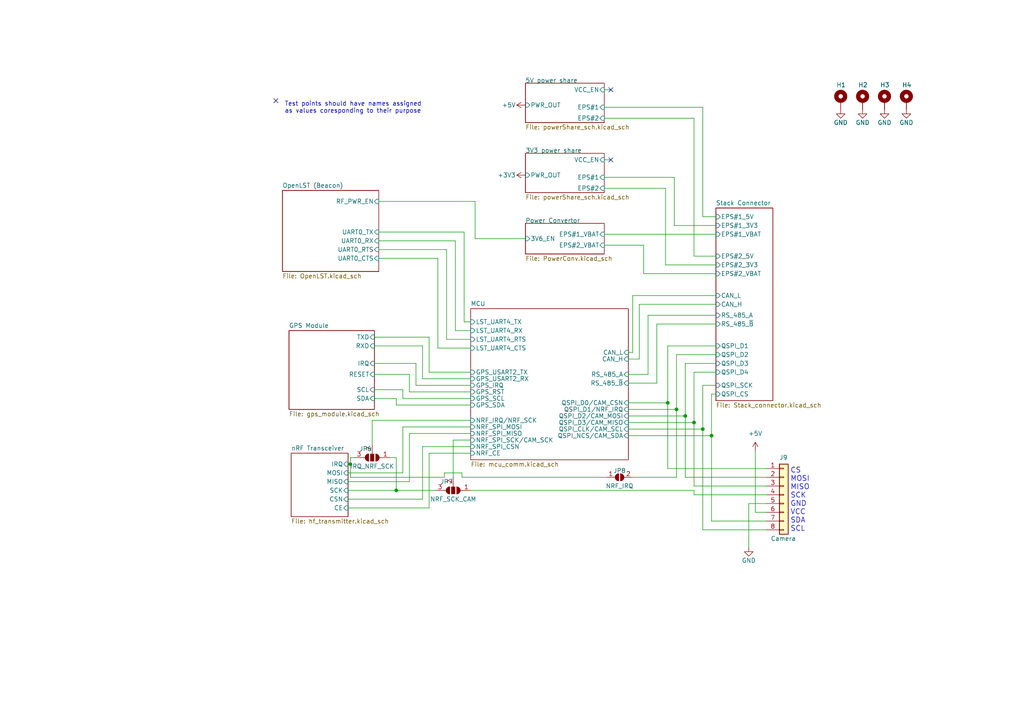
<source format=kicad_sch>
(kicad_sch (version 20211123) (generator eeschema)

  (uuid b0365847-75b4-4551-b23a-00058264c694)

  (paper "A4")

  (title_block
    (title "BUTCube - Communication Module")
    (date "2021-11-18")
    (rev "v0.2")
    (company "VUT - FIT(STRaDe) & FME(IAE & IPE)")
    (comment 1 "Author: Štěpán Rydlo")
  )

  (lib_symbols
    (symbol "Connector_Generic:Conn_01x08" (pin_names (offset 1.016) hide) (in_bom yes) (on_board yes)
      (property "Reference" "J" (id 0) (at 0 10.16 0)
        (effects (font (size 1.27 1.27)))
      )
      (property "Value" "Conn_01x08" (id 1) (at 0 -12.7 0)
        (effects (font (size 1.27 1.27)))
      )
      (property "Footprint" "" (id 2) (at 0 0 0)
        (effects (font (size 1.27 1.27)) hide)
      )
      (property "Datasheet" "~" (id 3) (at 0 0 0)
        (effects (font (size 1.27 1.27)) hide)
      )
      (property "ki_keywords" "connector" (id 4) (at 0 0 0)
        (effects (font (size 1.27 1.27)) hide)
      )
      (property "ki_description" "Generic connector, single row, 01x08, script generated (kicad-library-utils/schlib/autogen/connector/)" (id 5) (at 0 0 0)
        (effects (font (size 1.27 1.27)) hide)
      )
      (property "ki_fp_filters" "Connector*:*_1x??_*" (id 6) (at 0 0 0)
        (effects (font (size 1.27 1.27)) hide)
      )
      (symbol "Conn_01x08_1_1"
        (rectangle (start -1.27 -10.033) (end 0 -10.287)
          (stroke (width 0.1524) (type default) (color 0 0 0 0))
          (fill (type none))
        )
        (rectangle (start -1.27 -7.493) (end 0 -7.747)
          (stroke (width 0.1524) (type default) (color 0 0 0 0))
          (fill (type none))
        )
        (rectangle (start -1.27 -4.953) (end 0 -5.207)
          (stroke (width 0.1524) (type default) (color 0 0 0 0))
          (fill (type none))
        )
        (rectangle (start -1.27 -2.413) (end 0 -2.667)
          (stroke (width 0.1524) (type default) (color 0 0 0 0))
          (fill (type none))
        )
        (rectangle (start -1.27 0.127) (end 0 -0.127)
          (stroke (width 0.1524) (type default) (color 0 0 0 0))
          (fill (type none))
        )
        (rectangle (start -1.27 2.667) (end 0 2.413)
          (stroke (width 0.1524) (type default) (color 0 0 0 0))
          (fill (type none))
        )
        (rectangle (start -1.27 5.207) (end 0 4.953)
          (stroke (width 0.1524) (type default) (color 0 0 0 0))
          (fill (type none))
        )
        (rectangle (start -1.27 7.747) (end 0 7.493)
          (stroke (width 0.1524) (type default) (color 0 0 0 0))
          (fill (type none))
        )
        (rectangle (start -1.27 8.89) (end 1.27 -11.43)
          (stroke (width 0.254) (type default) (color 0 0 0 0))
          (fill (type background))
        )
        (pin passive line (at -5.08 7.62 0) (length 3.81)
          (name "Pin_1" (effects (font (size 1.27 1.27))))
          (number "1" (effects (font (size 1.27 1.27))))
        )
        (pin passive line (at -5.08 5.08 0) (length 3.81)
          (name "Pin_2" (effects (font (size 1.27 1.27))))
          (number "2" (effects (font (size 1.27 1.27))))
        )
        (pin passive line (at -5.08 2.54 0) (length 3.81)
          (name "Pin_3" (effects (font (size 1.27 1.27))))
          (number "3" (effects (font (size 1.27 1.27))))
        )
        (pin passive line (at -5.08 0 0) (length 3.81)
          (name "Pin_4" (effects (font (size 1.27 1.27))))
          (number "4" (effects (font (size 1.27 1.27))))
        )
        (pin passive line (at -5.08 -2.54 0) (length 3.81)
          (name "Pin_5" (effects (font (size 1.27 1.27))))
          (number "5" (effects (font (size 1.27 1.27))))
        )
        (pin passive line (at -5.08 -5.08 0) (length 3.81)
          (name "Pin_6" (effects (font (size 1.27 1.27))))
          (number "6" (effects (font (size 1.27 1.27))))
        )
        (pin passive line (at -5.08 -7.62 0) (length 3.81)
          (name "Pin_7" (effects (font (size 1.27 1.27))))
          (number "7" (effects (font (size 1.27 1.27))))
        )
        (pin passive line (at -5.08 -10.16 0) (length 3.81)
          (name "Pin_8" (effects (font (size 1.27 1.27))))
          (number "8" (effects (font (size 1.27 1.27))))
        )
      )
    )
    (symbol "Jumper:SolderJumper_2_Open" (pin_names (offset 0) hide) (in_bom yes) (on_board yes)
      (property "Reference" "JP" (id 0) (at 0 2.032 0)
        (effects (font (size 1.27 1.27)))
      )
      (property "Value" "SolderJumper_2_Open" (id 1) (at 0 -2.54 0)
        (effects (font (size 1.27 1.27)))
      )
      (property "Footprint" "" (id 2) (at 0 0 0)
        (effects (font (size 1.27 1.27)) hide)
      )
      (property "Datasheet" "~" (id 3) (at 0 0 0)
        (effects (font (size 1.27 1.27)) hide)
      )
      (property "ki_keywords" "solder jumper SPST" (id 4) (at 0 0 0)
        (effects (font (size 1.27 1.27)) hide)
      )
      (property "ki_description" "Solder Jumper, 2-pole, open" (id 5) (at 0 0 0)
        (effects (font (size 1.27 1.27)) hide)
      )
      (property "ki_fp_filters" "SolderJumper*Open*" (id 6) (at 0 0 0)
        (effects (font (size 1.27 1.27)) hide)
      )
      (symbol "SolderJumper_2_Open_0_1"
        (arc (start -0.254 1.016) (mid -1.27 0) (end -0.254 -1.016)
          (stroke (width 0) (type default) (color 0 0 0 0))
          (fill (type none))
        )
        (arc (start -0.254 1.016) (mid -1.27 0) (end -0.254 -1.016)
          (stroke (width 0) (type default) (color 0 0 0 0))
          (fill (type outline))
        )
        (polyline
          (pts
            (xy -0.254 1.016)
            (xy -0.254 -1.016)
          )
          (stroke (width 0) (type default) (color 0 0 0 0))
          (fill (type none))
        )
        (polyline
          (pts
            (xy 0.254 1.016)
            (xy 0.254 -1.016)
          )
          (stroke (width 0) (type default) (color 0 0 0 0))
          (fill (type none))
        )
        (arc (start 0.254 -1.016) (mid 1.27 0) (end 0.254 1.016)
          (stroke (width 0) (type default) (color 0 0 0 0))
          (fill (type none))
        )
        (arc (start 0.254 -1.016) (mid 1.27 0) (end 0.254 1.016)
          (stroke (width 0) (type default) (color 0 0 0 0))
          (fill (type outline))
        )
      )
      (symbol "SolderJumper_2_Open_1_1"
        (pin passive line (at -3.81 0 0) (length 2.54)
          (name "A" (effects (font (size 1.27 1.27))))
          (number "1" (effects (font (size 1.27 1.27))))
        )
        (pin passive line (at 3.81 0 180) (length 2.54)
          (name "B" (effects (font (size 1.27 1.27))))
          (number "2" (effects (font (size 1.27 1.27))))
        )
      )
    )
    (symbol "Jumper:SolderJumper_3_Open" (pin_names (offset 0) hide) (in_bom yes) (on_board yes)
      (property "Reference" "JP" (id 0) (at -2.54 -2.54 0)
        (effects (font (size 1.27 1.27)))
      )
      (property "Value" "SolderJumper_3_Open" (id 1) (at 0 2.794 0)
        (effects (font (size 1.27 1.27)))
      )
      (property "Footprint" "" (id 2) (at 0 0 0)
        (effects (font (size 1.27 1.27)) hide)
      )
      (property "Datasheet" "~" (id 3) (at 0 0 0)
        (effects (font (size 1.27 1.27)) hide)
      )
      (property "ki_keywords" "Solder Jumper SPDT" (id 4) (at 0 0 0)
        (effects (font (size 1.27 1.27)) hide)
      )
      (property "ki_description" "Solder Jumper, 3-pole, open" (id 5) (at 0 0 0)
        (effects (font (size 1.27 1.27)) hide)
      )
      (property "ki_fp_filters" "SolderJumper*Open*" (id 6) (at 0 0 0)
        (effects (font (size 1.27 1.27)) hide)
      )
      (symbol "SolderJumper_3_Open_0_1"
        (arc (start -1.016 1.016) (mid -2.032 0) (end -1.016 -1.016)
          (stroke (width 0) (type default) (color 0 0 0 0))
          (fill (type none))
        )
        (arc (start -1.016 1.016) (mid -2.032 0) (end -1.016 -1.016)
          (stroke (width 0) (type default) (color 0 0 0 0))
          (fill (type outline))
        )
        (rectangle (start -0.508 1.016) (end 0.508 -1.016)
          (stroke (width 0) (type default) (color 0 0 0 0))
          (fill (type outline))
        )
        (polyline
          (pts
            (xy -2.54 0)
            (xy -2.032 0)
          )
          (stroke (width 0) (type default) (color 0 0 0 0))
          (fill (type none))
        )
        (polyline
          (pts
            (xy -1.016 1.016)
            (xy -1.016 -1.016)
          )
          (stroke (width 0) (type default) (color 0 0 0 0))
          (fill (type none))
        )
        (polyline
          (pts
            (xy 0 -1.27)
            (xy 0 -1.016)
          )
          (stroke (width 0) (type default) (color 0 0 0 0))
          (fill (type none))
        )
        (polyline
          (pts
            (xy 1.016 1.016)
            (xy 1.016 -1.016)
          )
          (stroke (width 0) (type default) (color 0 0 0 0))
          (fill (type none))
        )
        (polyline
          (pts
            (xy 2.54 0)
            (xy 2.032 0)
          )
          (stroke (width 0) (type default) (color 0 0 0 0))
          (fill (type none))
        )
        (arc (start 1.016 -1.016) (mid 2.032 0) (end 1.016 1.016)
          (stroke (width 0) (type default) (color 0 0 0 0))
          (fill (type none))
        )
        (arc (start 1.016 -1.016) (mid 2.032 0) (end 1.016 1.016)
          (stroke (width 0) (type default) (color 0 0 0 0))
          (fill (type outline))
        )
      )
      (symbol "SolderJumper_3_Open_1_1"
        (pin passive line (at -5.08 0 0) (length 2.54)
          (name "A" (effects (font (size 1.27 1.27))))
          (number "1" (effects (font (size 1.27 1.27))))
        )
        (pin input line (at 0 -3.81 90) (length 2.54)
          (name "C" (effects (font (size 1.27 1.27))))
          (number "2" (effects (font (size 1.27 1.27))))
        )
        (pin passive line (at 5.08 0 180) (length 2.54)
          (name "B" (effects (font (size 1.27 1.27))))
          (number "3" (effects (font (size 1.27 1.27))))
        )
      )
    )
    (symbol "Mechanical:MountingHole_Pad" (pin_numbers hide) (pin_names (offset 1.016) hide) (in_bom yes) (on_board yes)
      (property "Reference" "H" (id 0) (at 0 6.35 0)
        (effects (font (size 1.27 1.27)))
      )
      (property "Value" "MountingHole_Pad" (id 1) (at 0 4.445 0)
        (effects (font (size 1.27 1.27)))
      )
      (property "Footprint" "" (id 2) (at 0 0 0)
        (effects (font (size 1.27 1.27)) hide)
      )
      (property "Datasheet" "~" (id 3) (at 0 0 0)
        (effects (font (size 1.27 1.27)) hide)
      )
      (property "ki_keywords" "mounting hole" (id 4) (at 0 0 0)
        (effects (font (size 1.27 1.27)) hide)
      )
      (property "ki_description" "Mounting Hole with connection" (id 5) (at 0 0 0)
        (effects (font (size 1.27 1.27)) hide)
      )
      (property "ki_fp_filters" "MountingHole*Pad*" (id 6) (at 0 0 0)
        (effects (font (size 1.27 1.27)) hide)
      )
      (symbol "MountingHole_Pad_0_1"
        (circle (center 0 1.27) (radius 1.27)
          (stroke (width 1.27) (type default) (color 0 0 0 0))
          (fill (type none))
        )
      )
      (symbol "MountingHole_Pad_1_1"
        (pin input line (at 0 -2.54 90) (length 2.54)
          (name "1" (effects (font (size 1.27 1.27))))
          (number "1" (effects (font (size 1.27 1.27))))
        )
      )
    )
    (symbol "power:+3V3" (power) (pin_names (offset 0)) (in_bom yes) (on_board yes)
      (property "Reference" "#PWR" (id 0) (at 0 -3.81 0)
        (effects (font (size 1.27 1.27)) hide)
      )
      (property "Value" "+3V3" (id 1) (at 0 3.556 0)
        (effects (font (size 1.27 1.27)))
      )
      (property "Footprint" "" (id 2) (at 0 0 0)
        (effects (font (size 1.27 1.27)) hide)
      )
      (property "Datasheet" "" (id 3) (at 0 0 0)
        (effects (font (size 1.27 1.27)) hide)
      )
      (property "ki_keywords" "power-flag" (id 4) (at 0 0 0)
        (effects (font (size 1.27 1.27)) hide)
      )
      (property "ki_description" "Power symbol creates a global label with name \"+3V3\"" (id 5) (at 0 0 0)
        (effects (font (size 1.27 1.27)) hide)
      )
      (symbol "+3V3_0_1"
        (polyline
          (pts
            (xy -0.762 1.27)
            (xy 0 2.54)
          )
          (stroke (width 0) (type default) (color 0 0 0 0))
          (fill (type none))
        )
        (polyline
          (pts
            (xy 0 0)
            (xy 0 2.54)
          )
          (stroke (width 0) (type default) (color 0 0 0 0))
          (fill (type none))
        )
        (polyline
          (pts
            (xy 0 2.54)
            (xy 0.762 1.27)
          )
          (stroke (width 0) (type default) (color 0 0 0 0))
          (fill (type none))
        )
      )
      (symbol "+3V3_1_1"
        (pin power_in line (at 0 0 90) (length 0) hide
          (name "+3V3" (effects (font (size 1.27 1.27))))
          (number "1" (effects (font (size 1.27 1.27))))
        )
      )
    )
    (symbol "power:+5V" (power) (pin_names (offset 0)) (in_bom yes) (on_board yes)
      (property "Reference" "#PWR" (id 0) (at 0 -3.81 0)
        (effects (font (size 1.27 1.27)) hide)
      )
      (property "Value" "+5V" (id 1) (at 0 3.556 0)
        (effects (font (size 1.27 1.27)))
      )
      (property "Footprint" "" (id 2) (at 0 0 0)
        (effects (font (size 1.27 1.27)) hide)
      )
      (property "Datasheet" "" (id 3) (at 0 0 0)
        (effects (font (size 1.27 1.27)) hide)
      )
      (property "ki_keywords" "power-flag" (id 4) (at 0 0 0)
        (effects (font (size 1.27 1.27)) hide)
      )
      (property "ki_description" "Power symbol creates a global label with name \"+5V\"" (id 5) (at 0 0 0)
        (effects (font (size 1.27 1.27)) hide)
      )
      (symbol "+5V_0_1"
        (polyline
          (pts
            (xy -0.762 1.27)
            (xy 0 2.54)
          )
          (stroke (width 0) (type default) (color 0 0 0 0))
          (fill (type none))
        )
        (polyline
          (pts
            (xy 0 0)
            (xy 0 2.54)
          )
          (stroke (width 0) (type default) (color 0 0 0 0))
          (fill (type none))
        )
        (polyline
          (pts
            (xy 0 2.54)
            (xy 0.762 1.27)
          )
          (stroke (width 0) (type default) (color 0 0 0 0))
          (fill (type none))
        )
      )
      (symbol "+5V_1_1"
        (pin power_in line (at 0 0 90) (length 0) hide
          (name "+5V" (effects (font (size 1.27 1.27))))
          (number "1" (effects (font (size 1.27 1.27))))
        )
      )
    )
    (symbol "power:GND" (power) (pin_names (offset 0)) (in_bom yes) (on_board yes)
      (property "Reference" "#PWR" (id 0) (at 0 -6.35 0)
        (effects (font (size 1.27 1.27)) hide)
      )
      (property "Value" "GND" (id 1) (at 0 -3.81 0)
        (effects (font (size 1.27 1.27)))
      )
      (property "Footprint" "" (id 2) (at 0 0 0)
        (effects (font (size 1.27 1.27)) hide)
      )
      (property "Datasheet" "" (id 3) (at 0 0 0)
        (effects (font (size 1.27 1.27)) hide)
      )
      (property "ki_keywords" "power-flag" (id 4) (at 0 0 0)
        (effects (font (size 1.27 1.27)) hide)
      )
      (property "ki_description" "Power symbol creates a global label with name \"GND\" , ground" (id 5) (at 0 0 0)
        (effects (font (size 1.27 1.27)) hide)
      )
      (symbol "GND_0_1"
        (polyline
          (pts
            (xy 0 0)
            (xy 0 -1.27)
            (xy 1.27 -1.27)
            (xy 0 -2.54)
            (xy -1.27 -1.27)
            (xy 0 -1.27)
          )
          (stroke (width 0) (type default) (color 0 0 0 0))
          (fill (type none))
        )
      )
      (symbol "GND_1_1"
        (pin power_in line (at 0 0 270) (length 0) hide
          (name "GND" (effects (font (size 1.27 1.27))))
          (number "1" (effects (font (size 1.27 1.27))))
        )
      )
    )
  )

  (junction (at 193.675 116.84) (diameter 0) (color 0 0 0 0)
    (uuid 1b14df1f-1dee-45e7-8483-47a937f6eef0)
  )
  (junction (at 114.935 142.24) (diameter 0) (color 0 0 0 0)
    (uuid 3296f8e0-e765-4ca0-b7a1-60d9ba6b1c73)
  )
  (junction (at 206.375 126.365) (diameter 0) (color 0 0 0 0)
    (uuid 3af47021-b1cb-45cf-8aa0-24e69360f48a)
  )
  (junction (at 203.835 124.46) (diameter 0) (color 0 0 0 0)
    (uuid 53f23b23-a910-41c1-a4c3-c2a6bcebe356)
  )
  (junction (at 196.215 118.745) (diameter 0) (color 0 0 0 0)
    (uuid 59dadeb8-04af-4d4c-a1a3-64f171e6eba5)
  )
  (junction (at 198.755 120.65) (diameter 0) (color 0 0 0 0)
    (uuid a992446f-6638-4e9e-b961-d459cd39f82a)
  )
  (junction (at 101.6 134.62) (diameter 0) (color 0 0 0 0)
    (uuid dbe2e931-209e-44aa-a864-79db13de4cbe)
  )
  (junction (at 201.295 122.555) (diameter 0) (color 0 0 0 0)
    (uuid ed25a97c-c328-4894-aa9a-1baf24ac4f6f)
  )

  (no_connect (at 177.165 26.035) (uuid 7e972abc-b5e4-472d-bdf2-6b4a037b5ed8))
  (no_connect (at 177.165 46.355) (uuid e0388f35-d78d-4cd2-8090-2431e4757c80))
  (no_connect (at 80.01 29.21) (uuid e9bcfbc0-d836-4a0d-8574-c59d32b46636))

  (wire (pts (xy 118.745 125.73) (xy 118.745 139.7))
    (stroke (width 0) (type solid) (color 0 0 0 0))
    (uuid 011a88a9-9744-4fd6-b207-a0b1d1b4813c)
  )
  (wire (pts (xy 100.965 139.7) (xy 118.745 139.7))
    (stroke (width 0) (type solid) (color 0 0 0 0))
    (uuid 011a88a9-9744-4fd6-b207-a0b1d1b4813d)
  )
  (wire (pts (xy 136.525 125.73) (xy 118.745 125.73))
    (stroke (width 0) (type solid) (color 0 0 0 0))
    (uuid 011a88a9-9744-4fd6-b207-a0b1d1b4813e)
  )
  (wire (pts (xy 114.935 132.715) (xy 114.935 142.24))
    (stroke (width 0) (type default) (color 0 0 0 0))
    (uuid 03e22167-fd1f-4dff-88a9-101e7509c939)
  )
  (wire (pts (xy 108.585 115.57) (xy 114.935 115.57))
    (stroke (width 0) (type solid) (color 0 0 0 0))
    (uuid 03f3e314-0df1-47ee-9322-0bf8c1f8bb77)
  )
  (wire (pts (xy 114.935 115.57) (xy 114.935 117.475))
    (stroke (width 0) (type solid) (color 0 0 0 0))
    (uuid 03f3e314-0df1-47ee-9322-0bf8c1f8bb78)
  )
  (wire (pts (xy 114.935 117.475) (xy 136.525 117.475))
    (stroke (width 0) (type solid) (color 0 0 0 0))
    (uuid 03f3e314-0df1-47ee-9322-0bf8c1f8bb79)
  )
  (wire (pts (xy 203.835 153.67) (xy 203.835 124.46))
    (stroke (width 0) (type default) (color 0 0 0 0))
    (uuid 04000ff4-df43-4291-b2e4-239850f5789b)
  )
  (wire (pts (xy 222.25 140.97) (xy 201.295 140.97))
    (stroke (width 0) (type default) (color 0 0 0 0))
    (uuid 0506e506-c209-4515-b4e9-fb61b6ac504e)
  )
  (wire (pts (xy 109.855 58.42) (xy 137.795 58.42))
    (stroke (width 0) (type solid) (color 0 0 0 0))
    (uuid 119e5295-a85a-4431-93d3-910b4d5d9b25)
  )
  (wire (pts (xy 137.795 69.215) (xy 137.795 58.42))
    (stroke (width 0) (type solid) (color 0 0 0 0))
    (uuid 119e5295-a85a-4431-93d3-910b4d5d9b26)
  )
  (wire (pts (xy 152.4 69.215) (xy 137.795 69.215))
    (stroke (width 0) (type solid) (color 0 0 0 0))
    (uuid 119e5295-a85a-4431-93d3-910b4d5d9b27)
  )
  (wire (pts (xy 183.515 85.725) (xy 183.515 102.235))
    (stroke (width 0) (type default) (color 0 0 0 0))
    (uuid 19ca5c30-51d7-407f-8f6b-5abda8df4b96)
  )
  (wire (pts (xy 107.95 128.905) (xy 107.95 121.92))
    (stroke (width 0) (type default) (color 0 0 0 0))
    (uuid 1c32cc59-2d1e-4375-b864-7d35a5ef0149)
  )
  (wire (pts (xy 207.645 114.3) (xy 206.375 114.3))
    (stroke (width 0) (type solid) (color 0 0 0 0))
    (uuid 1e51b69e-e95b-4803-8634-846cfedd19f2)
  )
  (wire (pts (xy 124.46 97.79) (xy 108.585 97.79))
    (stroke (width 0) (type solid) (color 0 0 0 0))
    (uuid 24ff1e70-fa93-4e3d-bc6c-90bd75dd4dbd)
  )
  (wire (pts (xy 124.46 107.95) (xy 124.46 97.79))
    (stroke (width 0) (type solid) (color 0 0 0 0))
    (uuid 24ff1e70-fa93-4e3d-bc6c-90bd75dd4dbe)
  )
  (wire (pts (xy 136.525 107.95) (xy 124.46 107.95))
    (stroke (width 0) (type solid) (color 0 0 0 0))
    (uuid 24ff1e70-fa93-4e3d-bc6c-90bd75dd4dbf)
  )
  (wire (pts (xy 201.295 142.24) (xy 201.295 143.51))
    (stroke (width 0) (type default) (color 0 0 0 0))
    (uuid 268a2ade-9096-42da-83d7-170ddc144d37)
  )
  (wire (pts (xy 116.84 113.03) (xy 108.585 113.03))
    (stroke (width 0) (type solid) (color 0 0 0 0))
    (uuid 27196cbf-5d81-46de-9c34-31e8240d1e25)
  )
  (wire (pts (xy 116.84 115.57) (xy 116.84 113.03))
    (stroke (width 0) (type solid) (color 0 0 0 0))
    (uuid 27196cbf-5d81-46de-9c34-31e8240d1e26)
  )
  (wire (pts (xy 136.525 115.57) (xy 116.84 115.57))
    (stroke (width 0) (type solid) (color 0 0 0 0))
    (uuid 27196cbf-5d81-46de-9c34-31e8240d1e27)
  )
  (wire (pts (xy 109.855 69.85) (xy 132.08 69.85))
    (stroke (width 0) (type solid) (color 0 0 0 0))
    (uuid 27fefa93-155a-45a7-ba25-f32e809ec969)
  )
  (wire (pts (xy 132.08 69.85) (xy 132.08 95.885))
    (stroke (width 0) (type solid) (color 0 0 0 0))
    (uuid 27fefa93-155a-45a7-ba25-f32e809ec96a)
  )
  (wire (pts (xy 132.08 95.885) (xy 136.525 95.885))
    (stroke (width 0) (type solid) (color 0 0 0 0))
    (uuid 27fefa93-155a-45a7-ba25-f32e809ec96b)
  )
  (wire (pts (xy 222.25 148.59) (xy 219.075 148.59))
    (stroke (width 0) (type default) (color 0 0 0 0))
    (uuid 2b5ea786-4a00-46f4-ada7-c862c5013568)
  )
  (wire (pts (xy 109.855 74.93) (xy 127 74.93))
    (stroke (width 0) (type solid) (color 0 0 0 0))
    (uuid 2c4e0d6b-b9fe-43a8-bf65-f8acd4ba16f1)
  )
  (wire (pts (xy 127 74.93) (xy 127 100.965))
    (stroke (width 0) (type solid) (color 0 0 0 0))
    (uuid 2c4e0d6b-b9fe-43a8-bf65-f8acd4ba16f2)
  )
  (wire (pts (xy 127 100.965) (xy 136.525 100.965))
    (stroke (width 0) (type solid) (color 0 0 0 0))
    (uuid 2c4e0d6b-b9fe-43a8-bf65-f8acd4ba16f3)
  )
  (wire (pts (xy 201.295 140.97) (xy 201.295 122.555))
    (stroke (width 0) (type default) (color 0 0 0 0))
    (uuid 2e1e56b9-9a36-4c85-a92b-572b41868662)
  )
  (wire (pts (xy 182.245 118.745) (xy 196.215 118.745))
    (stroke (width 0) (type default) (color 0 0 0 0))
    (uuid 3153e937-42d1-48f4-aa7b-ab5a09b52018)
  )
  (wire (pts (xy 203.835 111.76) (xy 207.645 111.76))
    (stroke (width 0) (type solid) (color 0 0 0 0))
    (uuid 3229c0a7-4e4a-4894-9bab-8ba21756b086)
  )
  (wire (pts (xy 203.835 124.46) (xy 203.835 111.76))
    (stroke (width 0) (type solid) (color 0 0 0 0))
    (uuid 3229c0a7-4e4a-4894-9bab-8ba21756b087)
  )
  (wire (pts (xy 201.295 143.51) (xy 222.25 143.51))
    (stroke (width 0) (type default) (color 0 0 0 0))
    (uuid 32a42ffc-8bef-4a11-8c72-db773df007e9)
  )
  (wire (pts (xy 183.515 138.43) (xy 196.215 138.43))
    (stroke (width 0) (type default) (color 0 0 0 0))
    (uuid 3a51314d-fe0f-4cdf-b552-c8e4f01eac1a)
  )
  (wire (pts (xy 190.5 93.98) (xy 207.645 93.98))
    (stroke (width 0) (type solid) (color 0 0 0 0))
    (uuid 3bfdb1ac-54e7-4a65-a7ad-02d4f6f9ce72)
  )
  (wire (pts (xy 190.5 111.125) (xy 190.5 93.98))
    (stroke (width 0) (type solid) (color 0 0 0 0))
    (uuid 3bfdb1ac-54e7-4a65-a7ad-02d4f6f9ce73)
  )
  (wire (pts (xy 222.25 138.43) (xy 198.755 138.43))
    (stroke (width 0) (type default) (color 0 0 0 0))
    (uuid 3c64c0c2-040c-4144-96d2-cbd22fa23a80)
  )
  (wire (pts (xy 196.215 138.43) (xy 196.215 118.745))
    (stroke (width 0) (type default) (color 0 0 0 0))
    (uuid 3db52410-7770-424f-8eda-2bf36d056246)
  )
  (wire (pts (xy 100.965 142.24) (xy 114.935 142.24))
    (stroke (width 0) (type default) (color 0 0 0 0))
    (uuid 3f0f093b-03b5-4230-93a8-b9a565bdb7c9)
  )
  (wire (pts (xy 101.6 134.62) (xy 101.6 138.43))
    (stroke (width 0) (type default) (color 0 0 0 0))
    (uuid 4ec42d65-1e7c-4bbf-9e31-f85b3724afac)
  )
  (wire (pts (xy 201.295 34.29) (xy 175.26 34.29))
    (stroke (width 0) (type solid) (color 0 0 0 0))
    (uuid 523d2adc-9f89-479e-9438-442927bda6e3)
  )
  (wire (pts (xy 201.295 74.295) (xy 201.295 34.29))
    (stroke (width 0) (type solid) (color 0 0 0 0))
    (uuid 523d2adc-9f89-479e-9438-442927bda6e4)
  )
  (wire (pts (xy 175.26 67.945) (xy 207.645 67.945))
    (stroke (width 0) (type solid) (color 0 0 0 0))
    (uuid 596b2192-9feb-4e0d-8b3d-9cb36b6dd61f)
  )
  (wire (pts (xy 222.25 146.05) (xy 217.17 146.05))
    (stroke (width 0) (type default) (color 0 0 0 0))
    (uuid 5d4a3872-21a9-4bba-ac39-c1ebb44249e1)
  )
  (wire (pts (xy 122.555 129.54) (xy 122.555 144.78))
    (stroke (width 0) (type solid) (color 0 0 0 0))
    (uuid 5e7d2214-c754-498d-9d8e-753be2785ad3)
  )
  (wire (pts (xy 100.965 144.78) (xy 122.555 144.78))
    (stroke (width 0) (type solid) (color 0 0 0 0))
    (uuid 5e7d2214-c754-498d-9d8e-753be2785ad4)
  )
  (wire (pts (xy 136.525 129.54) (xy 122.555 129.54))
    (stroke (width 0) (type solid) (color 0 0 0 0))
    (uuid 5e7d2214-c754-498d-9d8e-753be2785ad5)
  )
  (wire (pts (xy 108.585 100.33) (xy 122.555 100.33))
    (stroke (width 0) (type solid) (color 0 0 0 0))
    (uuid 604a2be0-2ac6-4bac-8404-91b1a61925d0)
  )
  (wire (pts (xy 122.555 100.33) (xy 122.555 109.855))
    (stroke (width 0) (type solid) (color 0 0 0 0))
    (uuid 604a2be0-2ac6-4bac-8404-91b1a61925d1)
  )
  (wire (pts (xy 122.555 109.855) (xy 136.525 109.855))
    (stroke (width 0) (type solid) (color 0 0 0 0))
    (uuid 604a2be0-2ac6-4bac-8404-91b1a61925d2)
  )
  (wire (pts (xy 193.04 54.61) (xy 175.26 54.61))
    (stroke (width 0) (type solid) (color 0 0 0 0))
    (uuid 620f3ec6-899c-4c8c-a5c5-20605c7f0f44)
  )
  (wire (pts (xy 193.04 76.835) (xy 193.04 54.61))
    (stroke (width 0) (type solid) (color 0 0 0 0))
    (uuid 620f3ec6-899c-4c8c-a5c5-20605c7f0f45)
  )
  (wire (pts (xy 207.645 76.835) (xy 193.04 76.835))
    (stroke (width 0) (type solid) (color 0 0 0 0))
    (uuid 620f3ec6-899c-4c8c-a5c5-20605c7f0f46)
  )
  (wire (pts (xy 206.375 114.3) (xy 206.375 126.365))
    (stroke (width 0) (type solid) (color 0 0 0 0))
    (uuid 626db29b-b8f5-4340-8f5a-56eb4fa25e4b)
  )
  (wire (pts (xy 182.245 124.46) (xy 203.835 124.46))
    (stroke (width 0) (type default) (color 0 0 0 0))
    (uuid 6607fa26-864b-4717-a706-f3bea0d53a16)
  )
  (wire (pts (xy 201.295 107.95) (xy 201.295 122.555))
    (stroke (width 0) (type solid) (color 0 0 0 0))
    (uuid 6f0729de-8866-47bf-bd4d-747c49d46fb7)
  )
  (wire (pts (xy 182.245 120.65) (xy 198.755 120.65))
    (stroke (width 0) (type default) (color 0 0 0 0))
    (uuid 7160ab2c-a11b-4dfe-bd18-0873d5ebe8ea)
  )
  (wire (pts (xy 120.65 105.41) (xy 108.585 105.41))
    (stroke (width 0) (type solid) (color 0 0 0 0))
    (uuid 729ad21a-4893-4e4a-b8e6-c312fabafa49)
  )
  (wire (pts (xy 120.65 111.76) (xy 120.65 105.41))
    (stroke (width 0) (type solid) (color 0 0 0 0))
    (uuid 729ad21a-4893-4e4a-b8e6-c312fabafa4a)
  )
  (wire (pts (xy 136.525 111.76) (xy 120.65 111.76))
    (stroke (width 0) (type solid) (color 0 0 0 0))
    (uuid 729ad21a-4893-4e4a-b8e6-c312fabafa4b)
  )
  (wire (pts (xy 108.585 108.585) (xy 118.745 108.585))
    (stroke (width 0) (type solid) (color 0 0 0 0))
    (uuid 773b6ee7-5ff4-4dbf-a8da-ef686944ecb8)
  )
  (wire (pts (xy 118.745 108.585) (xy 118.745 113.665))
    (stroke (width 0) (type solid) (color 0 0 0 0))
    (uuid 773b6ee7-5ff4-4dbf-a8da-ef686944ecb9)
  )
  (wire (pts (xy 118.745 113.665) (xy 136.525 113.665))
    (stroke (width 0) (type solid) (color 0 0 0 0))
    (uuid 773b6ee7-5ff4-4dbf-a8da-ef686944ecba)
  )
  (wire (pts (xy 113.03 132.715) (xy 114.935 132.715))
    (stroke (width 0) (type default) (color 0 0 0 0))
    (uuid 7aefe1f7-f71e-4426-8981-aa6e60f692e0)
  )
  (wire (pts (xy 186.69 71.12) (xy 175.26 71.12))
    (stroke (width 0) (type solid) (color 0 0 0 0))
    (uuid 7b501068-0c00-4ddb-a558-76010e38bc7b)
  )
  (wire (pts (xy 186.69 79.375) (xy 186.69 71.12))
    (stroke (width 0) (type solid) (color 0 0 0 0))
    (uuid 7b501068-0c00-4ddb-a558-76010e38bc7c)
  )
  (wire (pts (xy 207.645 79.375) (xy 186.69 79.375))
    (stroke (width 0) (type solid) (color 0 0 0 0))
    (uuid 7b501068-0c00-4ddb-a558-76010e38bc7d)
  )
  (wire (pts (xy 114.935 142.24) (xy 126.365 142.24))
    (stroke (width 0) (type default) (color 0 0 0 0))
    (uuid 7b83276f-f462-4514-95ff-1223c1639903)
  )
  (wire (pts (xy 206.375 151.13) (xy 206.375 126.365))
    (stroke (width 0) (type default) (color 0 0 0 0))
    (uuid 7df4623a-d2bb-431a-a15b-31535c22b69e)
  )
  (wire (pts (xy 185.42 88.265) (xy 207.645 88.265))
    (stroke (width 0) (type solid) (color 0 0 0 0))
    (uuid 7f1e3549-75cf-4150-b904-bf03cd89dafc)
  )
  (wire (pts (xy 185.42 104.14) (xy 185.42 88.265))
    (stroke (width 0) (type solid) (color 0 0 0 0))
    (uuid 7f1e3549-75cf-4150-b904-bf03cd89dafd)
  )
  (wire (pts (xy 182.245 108.585) (xy 187.96 108.585))
    (stroke (width 0) (type default) (color 0 0 0 0))
    (uuid 7f7b9f75-540d-42c0-bb4c-31a32d065abb)
  )
  (wire (pts (xy 182.245 116.84) (xy 193.675 116.84))
    (stroke (width 0) (type default) (color 0 0 0 0))
    (uuid 8680339f-bb5d-417a-ac35-e5da4a9ef53c)
  )
  (wire (pts (xy 136.525 142.24) (xy 201.295 142.24))
    (stroke (width 0) (type default) (color 0 0 0 0))
    (uuid 8ee69475-a1a2-4f8b-8091-d50986157796)
  )
  (wire (pts (xy 187.96 91.44) (xy 207.645 91.44))
    (stroke (width 0) (type solid) (color 0 0 0 0))
    (uuid 9300f528-e2fb-4fa4-9f23-b694fa418e2d)
  )
  (wire (pts (xy 187.96 108.585) (xy 187.96 91.44))
    (stroke (width 0) (type solid) (color 0 0 0 0))
    (uuid 9300f528-e2fb-4fa4-9f23-b694fa418e2e)
  )
  (wire (pts (xy 128.905 138.43) (xy 128.905 137.16))
    (stroke (width 0) (type default) (color 0 0 0 0))
    (uuid 9800b641-515a-4fad-b55e-ac6f76e1c1b9)
  )
  (wire (pts (xy 133.985 137.16) (xy 133.985 138.43))
    (stroke (width 0) (type default) (color 0 0 0 0))
    (uuid 987e22bd-15f6-4d4b-b10f-a6cc71eee156)
  )
  (wire (pts (xy 131.445 127.635) (xy 131.445 138.43))
    (stroke (width 0) (type default) (color 0 0 0 0))
    (uuid 98ffc794-92bd-4b26-b0ce-3cad9812b403)
  )
  (wire (pts (xy 222.25 135.89) (xy 193.675 135.89))
    (stroke (width 0) (type default) (color 0 0 0 0))
    (uuid 9b482305-976f-457f-8de7-98339d395323)
  )
  (wire (pts (xy 217.17 146.05) (xy 217.17 158.75))
    (stroke (width 0) (type default) (color 0 0 0 0))
    (uuid 9ceff1d0-d085-4d91-8214-27915983b2bb)
  )
  (wire (pts (xy 177.165 26.035) (xy 175.26 26.035))
    (stroke (width 0) (type solid) (color 0 0 0 0))
    (uuid a84e3f86-a6be-46ba-b435-83fe9ebfbe14)
  )
  (wire (pts (xy 131.445 127.635) (xy 136.525 127.635))
    (stroke (width 0) (type default) (color 0 0 0 0))
    (uuid ac677f01-af64-41d7-b6fa-28593b218a9f)
  )
  (wire (pts (xy 177.165 46.355) (xy 175.26 46.355))
    (stroke (width 0) (type solid) (color 0 0 0 0))
    (uuid ad7c2512-9a9a-4635-9511-22bf0c56aa36)
  )
  (wire (pts (xy 182.245 122.555) (xy 201.295 122.555))
    (stroke (width 0) (type default) (color 0 0 0 0))
    (uuid b1cd133d-0d2c-4797-aa77-d786bb1f07ee)
  )
  (wire (pts (xy 102.87 132.715) (xy 101.6 132.715))
    (stroke (width 0) (type default) (color 0 0 0 0))
    (uuid b2f8f44a-ceaf-4dc1-bf62-3459e9cc3fa8)
  )
  (wire (pts (xy 182.245 126.365) (xy 206.375 126.365))
    (stroke (width 0) (type default) (color 0 0 0 0))
    (uuid b49308a3-e4b7-44ef-9568-7c07e7ae3b7a)
  )
  (wire (pts (xy 219.075 130.81) (xy 219.075 148.59))
    (stroke (width 0) (type default) (color 0 0 0 0))
    (uuid b5d4c71d-b741-4102-b3c3-01709a5ec798)
  )
  (wire (pts (xy 101.6 132.715) (xy 101.6 134.62))
    (stroke (width 0) (type default) (color 0 0 0 0))
    (uuid b9996755-28d7-48f6-a931-5a0863a57fea)
  )
  (wire (pts (xy 198.755 138.43) (xy 198.755 120.65))
    (stroke (width 0) (type default) (color 0 0 0 0))
    (uuid be111763-f66b-4faa-827e-a8b85ec05962)
  )
  (wire (pts (xy 128.905 137.16) (xy 133.985 137.16))
    (stroke (width 0) (type default) (color 0 0 0 0))
    (uuid bf24842b-d4a2-491d-ab79-9809f983b1d2)
  )
  (wire (pts (xy 196.215 102.87) (xy 196.215 118.745))
    (stroke (width 0) (type solid) (color 0 0 0 0))
    (uuid c0d704ee-7d4c-4ec6-ad40-0c8f0c4822d0)
  )
  (wire (pts (xy 129.54 72.39) (xy 109.855 72.39))
    (stroke (width 0) (type solid) (color 0 0 0 0))
    (uuid c387e3d0-716f-41bc-b8af-31cacb425d6b)
  )
  (wire (pts (xy 129.54 98.425) (xy 129.54 72.39))
    (stroke (width 0) (type solid) (color 0 0 0 0))
    (uuid c387e3d0-716f-41bc-b8af-31cacb425d6c)
  )
  (wire (pts (xy 136.525 98.425) (xy 129.54 98.425))
    (stroke (width 0) (type solid) (color 0 0 0 0))
    (uuid c387e3d0-716f-41bc-b8af-31cacb425d6d)
  )
  (wire (pts (xy 203.835 62.865) (xy 207.645 62.865))
    (stroke (width 0) (type solid) (color 0 0 0 0))
    (uuid cbb34dc9-415e-4b82-b195-eaf9cab80c9c)
  )
  (wire (pts (xy 116.84 123.825) (xy 116.84 137.16))
    (stroke (width 0) (type solid) (color 0 0 0 0))
    (uuid ce79c2a4-e3da-476c-b1f0-932a2b5ffd56)
  )
  (wire (pts (xy 100.965 137.16) (xy 116.84 137.16))
    (stroke (width 0) (type solid) (color 0 0 0 0))
    (uuid ce79c2a4-e3da-476c-b1f0-932a2b5ffd57)
  )
  (wire (pts (xy 136.525 123.825) (xy 116.84 123.825))
    (stroke (width 0) (type solid) (color 0 0 0 0))
    (uuid ce79c2a4-e3da-476c-b1f0-932a2b5ffd58)
  )
  (wire (pts (xy 222.25 153.67) (xy 203.835 153.67))
    (stroke (width 0) (type default) (color 0 0 0 0))
    (uuid cfb584c7-2dfe-4051-ac82-daebd36feb4f)
  )
  (wire (pts (xy 193.675 135.89) (xy 193.675 116.84))
    (stroke (width 0) (type default) (color 0 0 0 0))
    (uuid d47678df-3140-4dd5-a997-f54b1f9553ae)
  )
  (wire (pts (xy 182.245 102.235) (xy 183.515 102.235))
    (stroke (width 0) (type default) (color 0 0 0 0))
    (uuid dd9ab887-e874-4882-89da-07a6c20efd79)
  )
  (wire (pts (xy 195.58 51.435) (xy 175.26 51.435))
    (stroke (width 0) (type solid) (color 0 0 0 0))
    (uuid de0cce16-7ffe-48d0-a744-be2528b24064)
  )
  (wire (pts (xy 195.58 65.405) (xy 195.58 51.435))
    (stroke (width 0) (type solid) (color 0 0 0 0))
    (uuid de0cce16-7ffe-48d0-a744-be2528b24065)
  )
  (wire (pts (xy 207.645 65.405) (xy 195.58 65.405))
    (stroke (width 0) (type solid) (color 0 0 0 0))
    (uuid de0cce16-7ffe-48d0-a744-be2528b24066)
  )
  (wire (pts (xy 207.645 102.87) (xy 196.215 102.87))
    (stroke (width 0) (type solid) (color 0 0 0 0))
    (uuid e0481b58-2b73-4702-a5cb-5f04f5773190)
  )
  (wire (pts (xy 207.645 107.95) (xy 201.295 107.95))
    (stroke (width 0) (type solid) (color 0 0 0 0))
    (uuid e0aef600-a5d5-4558-86a6-916223e9d43a)
  )
  (wire (pts (xy 100.965 134.62) (xy 101.6 134.62))
    (stroke (width 0) (type default) (color 0 0 0 0))
    (uuid e417ce78-eb2b-4973-ac18-72890bc68cdc)
  )
  (wire (pts (xy 101.6 138.43) (xy 128.905 138.43))
    (stroke (width 0) (type default) (color 0 0 0 0))
    (uuid e4f15793-e532-4af1-b468-459311aae3cd)
  )
  (wire (pts (xy 193.675 100.33) (xy 207.645 100.33))
    (stroke (width 0) (type solid) (color 0 0 0 0))
    (uuid e758f2be-8b19-41d0-94eb-cd21598edccc)
  )
  (wire (pts (xy 193.675 116.84) (xy 193.675 100.33))
    (stroke (width 0) (type solid) (color 0 0 0 0))
    (uuid e758f2be-8b19-41d0-94eb-cd21598edccd)
  )
  (wire (pts (xy 203.835 31.115) (xy 175.26 31.115))
    (stroke (width 0) (type solid) (color 0 0 0 0))
    (uuid e91768f6-08d5-4908-bd21-c231a3135528)
  )
  (wire (pts (xy 203.835 62.865) (xy 203.835 31.115))
    (stroke (width 0) (type solid) (color 0 0 0 0))
    (uuid e91768f6-08d5-4908-bd21-c231a3135529)
  )
  (wire (pts (xy 124.46 131.445) (xy 124.46 147.32))
    (stroke (width 0) (type solid) (color 0 0 0 0))
    (uuid ecadd32c-a6ff-4607-bcf4-bb0ee939f3f6)
  )
  (wire (pts (xy 100.965 147.32) (xy 124.46 147.32))
    (stroke (width 0) (type solid) (color 0 0 0 0))
    (uuid ecadd32c-a6ff-4607-bcf4-bb0ee939f3f7)
  )
  (wire (pts (xy 136.525 131.445) (xy 124.46 131.445))
    (stroke (width 0) (type solid) (color 0 0 0 0))
    (uuid ecadd32c-a6ff-4607-bcf4-bb0ee939f3f8)
  )
  (wire (pts (xy 201.295 74.295) (xy 207.645 74.295))
    (stroke (width 0) (type solid) (color 0 0 0 0))
    (uuid edd5ca1a-ab30-4313-9ddd-b7069f03afe0)
  )
  (wire (pts (xy 107.95 121.92) (xy 136.525 121.92))
    (stroke (width 0) (type solid) (color 0 0 0 0))
    (uuid ee711157-13c8-4ff8-9153-9c648016adcd)
  )
  (wire (pts (xy 133.985 138.43) (xy 175.895 138.43))
    (stroke (width 0) (type default) (color 0 0 0 0))
    (uuid efd03fe4-704a-4f15-8322-bb97f03fa5f1)
  )
  (wire (pts (xy 134.62 67.31) (xy 109.855 67.31))
    (stroke (width 0) (type solid) (color 0 0 0 0))
    (uuid f140d70a-40de-49b5-a8b8-ebd9531379b0)
  )
  (wire (pts (xy 134.62 93.345) (xy 134.62 67.31))
    (stroke (width 0) (type solid) (color 0 0 0 0))
    (uuid f140d70a-40de-49b5-a8b8-ebd9531379b1)
  )
  (wire (pts (xy 136.525 93.345) (xy 134.62 93.345))
    (stroke (width 0) (type solid) (color 0 0 0 0))
    (uuid f140d70a-40de-49b5-a8b8-ebd9531379b2)
  )
  (wire (pts (xy 198.755 105.41) (xy 207.645 105.41))
    (stroke (width 0) (type solid) (color 0 0 0 0))
    (uuid f2c36559-94b2-45b4-ae0e-27748f7dff8e)
  )
  (wire (pts (xy 198.755 120.65) (xy 198.755 105.41))
    (stroke (width 0) (type solid) (color 0 0 0 0))
    (uuid f2c36559-94b2-45b4-ae0e-27748f7dff8f)
  )
  (wire (pts (xy 222.25 151.13) (xy 206.375 151.13))
    (stroke (width 0) (type default) (color 0 0 0 0))
    (uuid f50e9ac5-e061-457b-9cfe-8d18fd2fd100)
  )
  (wire (pts (xy 182.245 111.125) (xy 190.5 111.125))
    (stroke (width 0) (type default) (color 0 0 0 0))
    (uuid f96395b7-7802-481a-82a4-1382daa8e45b)
  )
  (wire (pts (xy 182.245 104.14) (xy 185.42 104.14))
    (stroke (width 0) (type default) (color 0 0 0 0))
    (uuid feec861b-a0a8-426a-9539-26f3d3930030)
  )
  (wire (pts (xy 183.515 85.725) (xy 207.645 85.725))
    (stroke (width 0) (type solid) (color 0 0 0 0))
    (uuid ffa680a2-d226-43c1-a4d4-7a2d9cef0467)
  )

  (text "Test points should have names assigned\nas values coresponding to their purpose"
    (at 82.55 33.02 0)
    (effects (font (size 1.27 1.27)) (justify left bottom))
    (uuid 46c8c9fa-d5b6-4418-93a2-c36120b23bc7)
  )
  (text "CS\nMOSI\nMISO\nSCK\nGND\nVCC\nSDA\nSCL" (at 229.235 154.305 0)
    (effects (font (size 1.5 1.5)) (justify left bottom))
    (uuid cd8b86e8-2539-437c-b0cd-b9cd2703ed1b)
  )

  (symbol (lib_id "power:GND") (at 256.54 31.75 0) (unit 1)
    (in_bom yes) (on_board yes) (fields_autoplaced)
    (uuid 017f429e-cd7c-406c-a4a1-7fe7736ce613)
    (property "Reference" "#PWR04" (id 0) (at 256.54 38.1 0)
      (effects (font (size 1.27 1.27)) hide)
    )
    (property "Value" "GND" (id 1) (at 256.54 35.56 0))
    (property "Footprint" "" (id 2) (at 256.54 31.75 0)
      (effects (font (size 1.27 1.27)) hide)
    )
    (property "Datasheet" "" (id 3) (at 256.54 31.75 0)
      (effects (font (size 1.27 1.27)) hide)
    )
    (pin "1" (uuid ec1b84ce-53f7-456b-9eb8-5850e06a3e20))
  )

  (symbol (lib_id "Mechanical:MountingHole_Pad") (at 243.84 29.21 0) (unit 1)
    (in_bom yes) (on_board yes)
    (uuid 0381fb4d-59d0-4589-bc53-b07b95675866)
    (property "Reference" "H1" (id 0) (at 242.57 24.6379 0)
      (effects (font (size 1.27 1.27)) (justify left))
    )
    (property "Value" "MountingHole_Pad" (id 1) (at 243.84 24.765 0)
      (effects (font (size 1.27 1.27)) hide)
    )
    (property "Footprint" "" (id 2) (at 243.84 29.21 0)
      (effects (font (size 1.27 1.27)) hide)
    )
    (property "Datasheet" "~" (id 3) (at 243.84 29.21 0)
      (effects (font (size 1.27 1.27)) hide)
    )
    (pin "1" (uuid 5c65717e-0df2-486c-9e21-7f4b500dd028))
  )

  (symbol (lib_id "power:GND") (at 262.89 31.75 0) (unit 1)
    (in_bom yes) (on_board yes) (fields_autoplaced)
    (uuid 19cc25fc-16a5-4446-a630-649c943c56e7)
    (property "Reference" "#PWR05" (id 0) (at 262.89 38.1 0)
      (effects (font (size 1.27 1.27)) hide)
    )
    (property "Value" "GND" (id 1) (at 262.89 35.56 0))
    (property "Footprint" "" (id 2) (at 262.89 31.75 0)
      (effects (font (size 1.27 1.27)) hide)
    )
    (property "Datasheet" "" (id 3) (at 262.89 31.75 0)
      (effects (font (size 1.27 1.27)) hide)
    )
    (pin "1" (uuid 4a24e754-4011-4a52-956b-6fa57cc5eec2))
  )

  (symbol (lib_id "Connector_Generic:Conn_01x08") (at 227.33 143.51 0) (unit 1)
    (in_bom yes) (on_board yes)
    (uuid 4e32c2ee-2f32-4c2c-92af-317367d93871)
    (property "Reference" "J9" (id 0) (at 226.06 132.715 0)
      (effects (font (size 1.27 1.27)) (justify left))
    )
    (property "Value" "Camera" (id 1) (at 223.52 156.21 0)
      (effects (font (size 1.27 1.27)) (justify left))
    )
    (property "Footprint" "" (id 2) (at 227.33 143.51 0)
      (effects (font (size 1.27 1.27)) hide)
    )
    (property "Datasheet" "~" (id 3) (at 227.33 143.51 0)
      (effects (font (size 1.27 1.27)) hide)
    )
    (pin "1" (uuid f7e04bbb-0bf0-44ff-bf32-2fb9858c6a0f))
    (pin "2" (uuid 54c29d11-5d9e-455b-b7a9-129dec59850b))
    (pin "3" (uuid 912f2e81-d0f5-49bb-94ef-6ec471ce37a3))
    (pin "4" (uuid 047a16ff-ed48-4ce5-bc74-a3251caed418))
    (pin "5" (uuid bdcdf940-938f-4038-bb7e-892d995fc67d))
    (pin "6" (uuid d6844505-8311-4592-855d-b73aba2b5e51))
    (pin "7" (uuid 19513be3-3510-472c-a28e-e464f7565a17))
    (pin "8" (uuid 48382dac-f8cf-4c59-a7fa-643aa52c6778))
  )

  (symbol (lib_id "power:GND") (at 250.19 31.75 0) (unit 1)
    (in_bom yes) (on_board yes) (fields_autoplaced)
    (uuid 58a7ed85-89c7-4edf-b1b8-05ae64bae94a)
    (property "Reference" "#PWR03" (id 0) (at 250.19 38.1 0)
      (effects (font (size 1.27 1.27)) hide)
    )
    (property "Value" "GND" (id 1) (at 250.19 35.56 0))
    (property "Footprint" "" (id 2) (at 250.19 31.75 0)
      (effects (font (size 1.27 1.27)) hide)
    )
    (property "Datasheet" "" (id 3) (at 250.19 31.75 0)
      (effects (font (size 1.27 1.27)) hide)
    )
    (pin "1" (uuid 5a1759c8-4b92-4af1-8633-d65c62e21708))
  )

  (symbol (lib_id "Mechanical:MountingHole_Pad") (at 256.54 29.21 0) (unit 1)
    (in_bom yes) (on_board yes)
    (uuid 5a09aeca-f192-4b56-9995-31939ba9dcc1)
    (property "Reference" "H3" (id 0) (at 255.27 24.6379 0)
      (effects (font (size 1.27 1.27)) (justify left))
    )
    (property "Value" "MountingHole_Pad" (id 1) (at 256.54 24.765 0)
      (effects (font (size 1.27 1.27)) hide)
    )
    (property "Footprint" "" (id 2) (at 256.54 29.21 0)
      (effects (font (size 1.27 1.27)) hide)
    )
    (property "Datasheet" "~" (id 3) (at 256.54 29.21 0)
      (effects (font (size 1.27 1.27)) hide)
    )
    (pin "1" (uuid e3669a03-a521-4a43-9583-8906e7dc79f7))
  )

  (symbol (lib_id "power:GND") (at 243.84 31.75 0) (unit 1)
    (in_bom yes) (on_board yes) (fields_autoplaced)
    (uuid 5dfc83ee-ed6a-4a42-a1d1-3142b7ed0571)
    (property "Reference" "#PWR01" (id 0) (at 243.84 38.1 0)
      (effects (font (size 1.27 1.27)) hide)
    )
    (property "Value" "GND" (id 1) (at 243.84 35.56 0))
    (property "Footprint" "" (id 2) (at 243.84 31.75 0)
      (effects (font (size 1.27 1.27)) hide)
    )
    (property "Datasheet" "" (id 3) (at 243.84 31.75 0)
      (effects (font (size 1.27 1.27)) hide)
    )
    (pin "1" (uuid 83bf526a-19ac-4584-8164-932c5326c122))
  )

  (symbol (lib_id "Jumper:SolderJumper_3_Open") (at 107.95 132.715 180) (unit 1)
    (in_bom yes) (on_board yes)
    (uuid 6902a4e6-c3e2-4cf2-ab8e-cd3459da812f)
    (property "Reference" "JP6" (id 0) (at 106.045 130.175 0))
    (property "Value" "IRQ_NRF_SCK" (id 1) (at 107.95 135.255 0))
    (property "Footprint" "" (id 2) (at 107.95 132.715 0)
      (effects (font (size 1.27 1.27)) hide)
    )
    (property "Datasheet" "~" (id 3) (at 107.95 132.715 0)
      (effects (font (size 1.27 1.27)) hide)
    )
    (pin "1" (uuid a79c315f-90c0-42c7-96e1-e9a76decf69e))
    (pin "2" (uuid f28884f2-6b81-4da1-9405-b0818435d407))
    (pin "3" (uuid 7c439e04-5c01-40bc-b4fc-bd6ce5d67d14))
  )

  (symbol (lib_id "power:+5V") (at 152.4 30.48 90) (unit 1)
    (in_bom yes) (on_board yes)
    (uuid 773a9280-c52d-431e-8da0-28faaf5b90ec)
    (property "Reference" "#PWR0140" (id 0) (at 156.21 30.48 0)
      (effects (font (size 1.27 1.27)) hide)
    )
    (property "Value" "+5V" (id 1) (at 147.574 30.48 90))
    (property "Footprint" "" (id 2) (at 152.4 30.48 0)
      (effects (font (size 1.27 1.27)) hide)
    )
    (property "Datasheet" "" (id 3) (at 152.4 30.48 0)
      (effects (font (size 1.27 1.27)) hide)
    )
    (pin "1" (uuid 47f5475a-42ec-4930-8ffb-6d1b68b7e2c0))
  )

  (symbol (lib_id "Mechanical:MountingHole_Pad") (at 250.19 29.21 0) (unit 1)
    (in_bom yes) (on_board yes)
    (uuid 7c02ee38-e45b-4ffd-9ff3-75be2519ef11)
    (property "Reference" "H2" (id 0) (at 248.92 24.6379 0)
      (effects (font (size 1.27 1.27)) (justify left))
    )
    (property "Value" "MountingHole_Pad" (id 1) (at 250.19 24.765 0)
      (effects (font (size 1.27 1.27)) hide)
    )
    (property "Footprint" "" (id 2) (at 250.19 29.21 0)
      (effects (font (size 1.27 1.27)) hide)
    )
    (property "Datasheet" "~" (id 3) (at 250.19 29.21 0)
      (effects (font (size 1.27 1.27)) hide)
    )
    (pin "1" (uuid 3eb38e0b-717c-41db-bcf1-ffdb9282b265))
  )

  (symbol (lib_id "power:+5V") (at 219.075 130.81 0) (unit 1)
    (in_bom yes) (on_board yes) (fields_autoplaced)
    (uuid 942390d8-ba3b-4a01-bf6b-ecdb55093675)
    (property "Reference" "#PWR0200" (id 0) (at 219.075 134.62 0)
      (effects (font (size 1.27 1.27)) hide)
    )
    (property "Value" "+5V" (id 1) (at 219.075 125.73 0))
    (property "Footprint" "" (id 2) (at 219.075 130.81 0)
      (effects (font (size 1.27 1.27)) hide)
    )
    (property "Datasheet" "" (id 3) (at 219.075 130.81 0)
      (effects (font (size 1.27 1.27)) hide)
    )
    (pin "1" (uuid 8219a8b0-7d12-451d-855e-4cd93920b000))
  )

  (symbol (lib_id "power:GND") (at 217.17 158.75 0) (unit 1)
    (in_bom yes) (on_board yes)
    (uuid 9e99b517-ccc1-4e5e-a9ed-e852d85aa7eb)
    (property "Reference" "#PWR0164" (id 0) (at 217.17 165.1 0)
      (effects (font (size 1.27 1.27)) hide)
    )
    (property "Value" "GND" (id 1) (at 217.17 162.56 0))
    (property "Footprint" "" (id 2) (at 217.17 158.75 0)
      (effects (font (size 1.27 1.27)) hide)
    )
    (property "Datasheet" "" (id 3) (at 217.17 158.75 0)
      (effects (font (size 1.27 1.27)) hide)
    )
    (pin "1" (uuid acc3459e-c06c-4f71-9829-d6b2db2acaf6))
  )

  (symbol (lib_id "Mechanical:MountingHole_Pad") (at 262.89 29.21 0) (unit 1)
    (in_bom yes) (on_board yes)
    (uuid a77c42d5-c673-424c-8d14-fc4144ff5e37)
    (property "Reference" "H4" (id 0) (at 261.62 24.6379 0)
      (effects (font (size 1.27 1.27)) (justify left))
    )
    (property "Value" "MountingHole_Pad" (id 1) (at 262.89 24.765 0)
      (effects (font (size 1.27 1.27)) hide)
    )
    (property "Footprint" "" (id 2) (at 262.89 29.21 0)
      (effects (font (size 1.27 1.27)) hide)
    )
    (property "Datasheet" "~" (id 3) (at 262.89 29.21 0)
      (effects (font (size 1.27 1.27)) hide)
    )
    (pin "1" (uuid fd7f5f0c-acf9-4d51-8888-bb623fbecd45))
  )

  (symbol (lib_id "power:+3V3") (at 152.4 50.8 90) (unit 1)
    (in_bom yes) (on_board yes)
    (uuid ae2ea8bd-aebb-4954-9d6b-93648cea404c)
    (property "Reference" "#PWR0145" (id 0) (at 156.21 50.8 0)
      (effects (font (size 1.27 1.27)) hide)
    )
    (property "Value" "+3V3" (id 1) (at 146.939 50.8 90))
    (property "Footprint" "" (id 2) (at 152.4 50.8 0)
      (effects (font (size 1.27 1.27)) hide)
    )
    (property "Datasheet" "" (id 3) (at 152.4 50.8 0)
      (effects (font (size 1.27 1.27)) hide)
    )
    (pin "1" (uuid 2afdf02f-261d-4746-b276-9dfdb77883c6))
  )

  (symbol (lib_id "Jumper:SolderJumper_2_Open") (at 179.705 138.43 0) (unit 1)
    (in_bom yes) (on_board yes)
    (uuid cf682e01-e6ce-4ae7-94d4-97ed47c09c48)
    (property "Reference" "JP8" (id 0) (at 179.705 136.525 0))
    (property "Value" "NRF_IRQ" (id 1) (at 179.705 140.97 0))
    (property "Footprint" "" (id 2) (at 179.705 138.43 0)
      (effects (font (size 1.27 1.27)) hide)
    )
    (property "Datasheet" "~" (id 3) (at 179.705 138.43 0)
      (effects (font (size 1.27 1.27)) hide)
    )
    (pin "1" (uuid 43462679-2c44-47da-864c-868fc30b705c))
    (pin "2" (uuid fc366782-210e-4d5e-b5a3-defa82afc133))
  )

  (symbol (lib_id "Jumper:SolderJumper_3_Open") (at 131.445 142.24 180) (unit 1)
    (in_bom yes) (on_board yes)
    (uuid d5a6f077-1f3a-47dc-b41b-72b7be1914f6)
    (property "Reference" "JP7" (id 0) (at 129.54 139.7 0))
    (property "Value" "NRF_SCK_CAM" (id 1) (at 131.445 144.78 0))
    (property "Footprint" "" (id 2) (at 131.445 142.24 0)
      (effects (font (size 1.27 1.27)) hide)
    )
    (property "Datasheet" "~" (id 3) (at 131.445 142.24 0)
      (effects (font (size 1.27 1.27)) hide)
    )
    (pin "1" (uuid c2e915ff-9fdc-4862-b67e-cf009e16ab9f))
    (pin "2" (uuid 4285f437-1948-414b-a4b2-93a75a0311ff))
    (pin "3" (uuid 21f16619-cce5-48fe-8b8a-4a8bc5b1f905))
  )

  (sheet (at 83.82 95.885) (size 24.765 22.86) (fields_autoplaced)
    (stroke (width 0.1524) (type solid) (color 0 0 0 0))
    (fill (color 0 0 0 0.0000))
    (uuid 135894dc-6710-4561-8073-567533e9f424)
    (property "Sheet name" "GPS Module" (id 0) (at 83.82 95.1734 0)
      (effects (font (size 1.27 1.27)) (justify left bottom))
    )
    (property "Sheet file" "gps_module.kicad_sch" (id 1) (at 83.82 119.3296 0)
      (effects (font (size 1.27 1.27)) (justify left top))
    )
    (pin "RESET" input (at 108.585 108.585 0)
      (effects (font (size 1.27 1.27)) (justify right))
      (uuid 8e12ec80-1b06-4da7-b391-8217a360d75f)
    )
    (pin "SCL" input (at 108.585 113.03 0)
      (effects (font (size 1.27 1.27)) (justify right))
      (uuid 59396293-f75d-4f4e-884d-9e3c72059d37)
    )
    (pin "SDA" input (at 108.585 115.57 0)
      (effects (font (size 1.27 1.27)) (justify right))
      (uuid 21e6adab-7980-4d17-9d73-93b9afc8aef2)
    )
    (pin "RXD" input (at 108.585 100.33 0)
      (effects (font (size 1.27 1.27)) (justify right))
      (uuid 6d6bf669-9827-43ac-a295-0405a6839992)
    )
    (pin "TXD" input (at 108.585 97.79 0)
      (effects (font (size 1.27 1.27)) (justify right))
      (uuid beaf982b-120c-4ab7-9844-776a4e12ab92)
    )
    (pin "IRQ" input (at 108.585 105.41 0)
      (effects (font (size 1.27 1.27)) (justify right))
      (uuid 3ddc9d6f-6f17-40fd-a902-0fbdba4dc6a0)
    )
  )

  (sheet (at 207.645 60.325) (size 16.51 55.88) (fields_autoplaced)
    (stroke (width 0.1524) (type solid) (color 0 0 0 0))
    (fill (color 0 0 0 0.0000))
    (uuid 3006f49f-d72b-4219-8dea-bda42cf88e84)
    (property "Sheet name" "Stack Connector" (id 0) (at 207.645 59.6134 0)
      (effects (font (size 1.27 1.27)) (justify left bottom))
    )
    (property "Sheet file" "Stack_connector.kicad_sch" (id 1) (at 207.645 116.7896 0)
      (effects (font (size 1.27 1.27)) (justify left top))
    )
    (pin "CAN_H" input (at 207.645 88.265 180)
      (effects (font (size 1.27 1.27)) (justify left))
      (uuid 40b88aca-f462-4f2f-a0bf-d01ccc8111c5)
    )
    (pin "RS_485_A" input (at 207.645 91.44 180)
      (effects (font (size 1.27 1.27)) (justify left))
      (uuid 300bdf4c-b7cf-4ea2-af04-063b3c8157a2)
    )
    (pin "EPS#1_5V" input (at 207.645 62.865 180)
      (effects (font (size 1.27 1.27)) (justify left))
      (uuid deb0a69f-01cc-40ea-bfb5-d5abe6178447)
    )
    (pin "EPS#1_3V3" input (at 207.645 65.405 180)
      (effects (font (size 1.27 1.27)) (justify left))
      (uuid 8f350fe4-cfe6-45ee-8c29-71ccfca1b82b)
    )
    (pin "CAN_L" input (at 207.645 85.725 180)
      (effects (font (size 1.27 1.27)) (justify left))
      (uuid ad3344f8-871b-4951-ae39-e2ccb0cbb099)
    )
    (pin "RS_485_~{B}" input (at 207.645 93.98 180)
      (effects (font (size 1.27 1.27)) (justify left))
      (uuid 1e054749-d55d-4fa9-92e4-fedd8b3be27f)
    )
    (pin "QSPI_D1" input (at 207.645 100.33 180)
      (effects (font (size 1.27 1.27)) (justify left))
      (uuid aba7969b-cdb5-4ef0-ba0c-400112733e6c)
    )
    (pin "QSPI_SCK" input (at 207.645 111.76 180)
      (effects (font (size 1.27 1.27)) (justify left))
      (uuid cc033afd-5e7c-454e-815a-d4ca057c4abf)
    )
    (pin "EPS#2_3V3" input (at 207.645 76.835 180)
      (effects (font (size 1.27 1.27)) (justify left))
      (uuid bc57d857-eb3c-4468-833f-449ae0fb617b)
    )
    (pin "EPS#2_5V" input (at 207.645 74.295 180)
      (effects (font (size 1.27 1.27)) (justify left))
      (uuid ac8e3b83-abb2-46af-9c45-678c0ef8180d)
    )
    (pin "QSPI_CS" input (at 207.645 114.3 180)
      (effects (font (size 1.27 1.27)) (justify left))
      (uuid 80b1ce93-afff-4793-b748-45fd77f50d88)
    )
    (pin "QSPI_D2" input (at 207.645 102.87 180)
      (effects (font (size 1.27 1.27)) (justify left))
      (uuid 8b2acdf9-30b1-4886-91b3-11589dafc045)
    )
    (pin "QSPI_D3" input (at 207.645 105.41 180)
      (effects (font (size 1.27 1.27)) (justify left))
      (uuid d8c6c93d-972d-4f67-985d-20054ce88555)
    )
    (pin "QSPI_D4" input (at 207.645 107.95 180)
      (effects (font (size 1.27 1.27)) (justify left))
      (uuid d447a6bb-2cf3-4940-94a7-326bb0cc98b0)
    )
    (pin "EPS#1_VBAT" input (at 207.645 67.945 180)
      (effects (font (size 1.27 1.27)) (justify left))
      (uuid 3fbc8490-44bd-4de1-805d-ff3041c2afb2)
    )
    (pin "EPS#2_VBAT" input (at 207.645 79.375 180)
      (effects (font (size 1.27 1.27)) (justify left))
      (uuid ed767c54-7849-4181-8382-dddc22358d1f)
    )
  )

  (sheet (at 152.4 44.45) (size 22.86 11.43)
    (stroke (width 0.1524) (type solid) (color 0 0 0 0))
    (fill (color 0 0 0 0.0000))
    (uuid 5d794243-d9db-4c8e-aa14-90dff0141470)
    (property "Sheet name" "3V3 power share" (id 0) (at 152.4 44.3734 0)
      (effects (font (size 1.27 1.27)) (justify left bottom))
    )
    (property "Sheet file" "powerShare_sch.kicad_sch" (id 1) (at 152.4 56.4646 0)
      (effects (font (size 1.27 1.27)) (justify left top))
    )
    (pin "PWR_OUT" input (at 152.4 50.8 180)
      (effects (font (size 1.27 1.27)) (justify left))
      (uuid 01423fb7-9b21-4bf4-aafd-84cc1fac7b69)
    )
    (pin "EPS#1" input (at 175.26 51.435 0)
      (effects (font (size 1.27 1.27)) (justify right))
      (uuid 43f1c930-09ef-4b61-984b-6214b455ed5c)
    )
    (pin "EPS#2" input (at 175.26 54.61 0)
      (effects (font (size 1.27 1.27)) (justify right))
      (uuid 8372af0a-f8aa-4d9a-805a-9ac843537392)
    )
    (pin "VCC_EN" input (at 175.26 46.355 0)
      (effects (font (size 1.27 1.27)) (justify right))
      (uuid 84bc959b-5a2e-4ca8-a8a3-2476b4e54637)
    )
  )

  (sheet (at 136.525 89.535) (size 45.72 43.815) (fields_autoplaced)
    (stroke (width 0.1524) (type solid) (color 0 0 0 0))
    (fill (color 0 0 0 0.0000))
    (uuid 81a5172c-b171-400d-8856-41d6e486bdd1)
    (property "Sheet name" "MCU" (id 0) (at 136.525 88.8234 0)
      (effects (font (size 1.27 1.27)) (justify left bottom))
    )
    (property "Sheet file" "mcu_comm.kicad_sch" (id 1) (at 136.525 133.9346 0)
      (effects (font (size 1.27 1.27)) (justify left top))
    )
    (pin "RS_485_A" input (at 182.245 108.585 0)
      (effects (font (size 1.27 1.27)) (justify right))
      (uuid 88cbbbca-7e08-4972-852b-097e0646cb72)
    )
    (pin "RS_485_~{B}" input (at 182.245 111.125 0)
      (effects (font (size 1.27 1.27)) (justify right))
      (uuid dba2c547-92c9-45c9-bd62-b612841c6ca5)
    )
    (pin "CAN_L" input (at 182.245 102.235 0)
      (effects (font (size 1.27 1.27)) (justify right))
      (uuid 53b369c6-d6cc-4bf3-98d0-99f954de4877)
    )
    (pin "CAN_H" input (at 182.245 104.14 0)
      (effects (font (size 1.27 1.27)) (justify right))
      (uuid 8dcf12b1-4b85-489e-9c1c-6beb2df98843)
    )
    (pin "GPS_RST" input (at 136.525 113.665 180)
      (effects (font (size 1.27 1.27)) (justify left))
      (uuid 616b79c4-c668-4766-ab9d-3cf72fd43fb5)
    )
    (pin "NRF_SPI_CSN" input (at 136.525 129.54 180)
      (effects (font (size 1.27 1.27)) (justify left))
      (uuid a2291784-7d26-4982-8185-cdb17c298b43)
    )
    (pin "NRF_SPI_MISO" input (at 136.525 125.73 180)
      (effects (font (size 1.27 1.27)) (justify left))
      (uuid a9799825-7a17-42eb-8365-27f5327673e1)
    )
    (pin "NRF_SPI_MOSI" input (at 136.525 123.825 180)
      (effects (font (size 1.27 1.27)) (justify left))
      (uuid 2adf386e-fe4e-4116-a58d-d78c02b1b5a9)
    )
    (pin "GPS_SCL" input (at 136.525 115.57 180)
      (effects (font (size 1.27 1.27)) (justify left))
      (uuid 1b077376-3f5f-47b1-9deb-c681bb330bf0)
    )
    (pin "GPS_SDA" input (at 136.525 117.475 180)
      (effects (font (size 1.27 1.27)) (justify left))
      (uuid 8df626e7-f696-422f-89e8-3f0c9d5bd8cb)
    )
    (pin "LST_UART4_RTS" input (at 136.525 98.425 180)
      (effects (font (size 1.27 1.27)) (justify left))
      (uuid 5fb553a6-0b6b-48d1-9bcd-f5ec08d7ca3d)
    )
    (pin "LST_UART4_RX" input (at 136.525 95.885 180)
      (effects (font (size 1.27 1.27)) (justify left))
      (uuid 3978eaa9-3dd0-458f-a488-160d027c4cf4)
    )
    (pin "GPS_USART2_TX" input (at 136.525 107.95 180)
      (effects (font (size 1.27 1.27)) (justify left))
      (uuid 2349252e-0d7e-40cb-b76f-694879d653a3)
    )
    (pin "GPS_USART2_RX" input (at 136.525 109.855 180)
      (effects (font (size 1.27 1.27)) (justify left))
      (uuid 9581af11-59e7-4b1d-aee6-4bab91e91e51)
    )
    (pin "LST_UART4_TX" input (at 136.525 93.345 180)
      (effects (font (size 1.27 1.27)) (justify left))
      (uuid 12175549-580a-4681-b8ca-4d2e10b61f50)
    )
    (pin "LST_UART4_CTS" input (at 136.525 100.965 180)
      (effects (font (size 1.27 1.27)) (justify left))
      (uuid ea9bbe08-ec5a-47fc-9369-eb037e5a4b5a)
    )
    (pin "NRF_CE" input (at 136.525 131.445 180)
      (effects (font (size 1.27 1.27)) (justify left))
      (uuid 2b19d4c0-c777-4823-8b7b-ae60e31bced4)
    )
    (pin "GPS_IRQ" input (at 136.525 111.76 180)
      (effects (font (size 1.27 1.27)) (justify left))
      (uuid 4ec6891a-8e98-4370-93e1-ae28b2777667)
    )
    (pin "QSPI_D3{slash}CAM_MISO" input (at 182.245 122.555 0)
      (effects (font (size 1.27 1.27)) (justify right))
      (uuid 62f437de-3033-403a-b669-e4d6167d1e20)
    )
    (pin "QSPI_D2{slash}CAM_MOSI" input (at 182.245 120.65 0)
      (effects (font (size 1.27 1.27)) (justify right))
      (uuid c3e8cee7-d446-46d8-b9a7-702cf08b2e4e)
    )
    (pin "NRF_SPI_SCK{slash}CAM_SCK" input (at 136.525 127.635 180)
      (effects (font (size 1.27 1.27)) (justify left))
      (uuid a08e0af6-8f2f-41a2-8f3d-e7da8f696844)
    )
    (pin "QSPI_CLK{slash}CAM_SCL" input (at 182.245 124.46 0)
      (effects (font (size 1.27 1.27)) (justify right))
      (uuid 08af9046-e1f7-4e79-9df5-9c7cf629fd8d)
    )
    (pin "QSPI_NCS{slash}CAM_SDA" input (at 182.245 126.365 0)
      (effects (font (size 1.27 1.27)) (justify right))
      (uuid 20b9a02a-c86d-456b-92ea-fae9dc88df3d)
    )
    (pin "QSPI_D0{slash}CAM_CSN" input (at 182.245 116.84 0)
      (effects (font (size 1.27 1.27)) (justify right))
      (uuid e8dd7c10-2376-4aed-870d-f7b81fb3ad3a)
    )
    (pin "NRF_IRQ{slash}NRF_SCK" input (at 136.525 121.92 180)
      (effects (font (size 1.27 1.27)) (justify left))
      (uuid 467a512b-6950-4255-b127-d6fa6bbb57ab)
    )
    (pin "QSPI_D1{slash}NRF_IRQ" input (at 182.245 118.745 0)
      (effects (font (size 1.27 1.27)) (justify right))
      (uuid abbb0992-5536-4071-b3a4-e49a1cedbb67)
    )
  )

  (sheet (at 81.915 55.245) (size 27.94 23.495) (fields_autoplaced)
    (stroke (width 0.1524) (type solid) (color 0 0 0 0))
    (fill (color 0 0 0 0.0000))
    (uuid 829b2795-9702-4633-a078-e2998d6d9402)
    (property "Sheet name" "OpenLST (Beacon)" (id 0) (at 81.915 54.5334 0)
      (effects (font (size 1.27 1.27)) (justify left bottom))
    )
    (property "Sheet file" "OpenLST.kicad_sch" (id 1) (at 81.915 79.3246 0)
      (effects (font (size 1.27 1.27)) (justify left top))
    )
    (pin "UART0_CTS" input (at 109.855 74.93 0)
      (effects (font (size 1.27 1.27)) (justify right))
      (uuid b2c6d181-9b69-4641-873a-19772c93aa7d)
    )
    (pin "UART0_RTS" input (at 109.855 72.39 0)
      (effects (font (size 1.27 1.27)) (justify right))
      (uuid 70e4a3a4-dfa6-45fe-bea8-63dee5906234)
    )
    (pin "UART0_RX" input (at 109.855 69.85 0)
      (effects (font (size 1.27 1.27)) (justify right))
      (uuid a685fabd-c5d2-4515-9aeb-9b89f284cd24)
    )
    (pin "UART0_TX" input (at 109.855 67.31 0)
      (effects (font (size 1.27 1.27)) (justify right))
      (uuid e017bf96-9934-47c9-babb-547995899573)
    )
    (pin "RF_PWR_EN" input (at 109.855 58.42 0)
      (effects (font (size 1.27 1.27)) (justify right))
      (uuid 0e1c8f9d-1c1e-46cb-bbbd-ca7bbfa6ba52)
    )
  )

  (sheet (at 152.4 24.13) (size 22.86 11.43)
    (stroke (width 0.1524) (type solid) (color 0 0 0 0))
    (fill (color 0 0 0 0.0000))
    (uuid a161eaab-f432-4250-8567-12738a9776f7)
    (property "Sheet name" "5V power share" (id 0) (at 152.4 24.0534 0)
      (effects (font (size 1.27 1.27)) (justify left bottom))
    )
    (property "Sheet file" "powerShare_sch.kicad_sch" (id 1) (at 152.4 36.1446 0)
      (effects (font (size 1.27 1.27)) (justify left top))
    )
    (pin "PWR_OUT" input (at 152.4 30.48 180)
      (effects (font (size 1.27 1.27)) (justify left))
      (uuid 3de61b8a-0df7-495f-97ba-36f0f7fa6d0d)
    )
    (pin "EPS#1" input (at 175.26 31.115 0)
      (effects (font (size 1.27 1.27)) (justify right))
      (uuid 9a884029-3ea1-469b-ac84-1727f3e93beb)
    )
    (pin "EPS#2" input (at 175.26 34.29 0)
      (effects (font (size 1.27 1.27)) (justify right))
      (uuid bfa37046-4b85-4cb8-b742-405a0550d4bc)
    )
    (pin "VCC_EN" input (at 175.26 26.035 0)
      (effects (font (size 1.27 1.27)) (justify right))
      (uuid 2cff9115-96e6-4f0a-a307-51d6f1cba0f2)
    )
  )

  (sheet (at 84.455 131.445) (size 16.51 18.415) (fields_autoplaced)
    (stroke (width 0.1524) (type solid) (color 0 0 0 0))
    (fill (color 0 0 0 0.0000))
    (uuid a345038c-0e2c-4410-9183-a80a047c8766)
    (property "Sheet name" "nRF Transceiver" (id 0) (at 84.455 130.7334 0)
      (effects (font (size 1.27 1.27)) (justify left bottom))
    )
    (property "Sheet file" "hf_transmitter.kicad_sch" (id 1) (at 84.455 150.4446 0)
      (effects (font (size 1.27 1.27)) (justify left top))
    )
    (pin "MOSI" input (at 100.965 137.16 0)
      (effects (font (size 1.27 1.27)) (justify right))
      (uuid f4fc0e49-8096-41f2-9019-0a113a0a0a85)
    )
    (pin "MISO" input (at 100.965 139.7 0)
      (effects (font (size 1.27 1.27)) (justify right))
      (uuid 835c5cfb-b893-4c68-a9a3-e377fe9e93e4)
    )
    (pin "SCK" input (at 100.965 142.24 0)
      (effects (font (size 1.27 1.27)) (justify right))
      (uuid 886bdf07-6351-4e38-9ff9-024f89da6235)
    )
    (pin "CE" input (at 100.965 147.32 0)
      (effects (font (size 1.27 1.27)) (justify right))
      (uuid 8a14f2dd-c967-4218-918d-ef3b4c705d37)
    )
    (pin "IRQ" input (at 100.965 134.62 0)
      (effects (font (size 1.27 1.27)) (justify right))
      (uuid b5f94b19-f8dc-4284-8f0f-7145166f50ee)
    )
    (pin "CSN" input (at 100.965 144.78 0)
      (effects (font (size 1.27 1.27)) (justify right))
      (uuid 1a3f97b3-40a7-488f-a43e-e370196df140)
    )
  )

  (sheet (at 152.4 64.77) (size 22.86 8.89)
    (stroke (width 0.1524) (type solid) (color 0 0 0 0))
    (fill (color 0 0 0 0.0000))
    (uuid d3a682e4-d5b0-4377-8f5c-e0ae4cebf08d)
    (property "Sheet name" "Power Convertor" (id 0) (at 152.4 64.6934 0)
      (effects (font (size 1.27 1.27)) (justify left bottom))
    )
    (property "Sheet file" "PowerConv.kicad_sch" (id 1) (at 152.4 74.2446 0)
      (effects (font (size 1.27 1.27)) (justify left top))
    )
    (pin "EPS#1_VBAT" input (at 175.26 67.945 0)
      (effects (font (size 1.27 1.27)) (justify right))
      (uuid cc7e4b64-239b-470e-b38a-356df02cbfb0)
    )
    (pin "EPS#2_VBAT" input (at 175.26 71.12 0)
      (effects (font (size 1.27 1.27)) (justify right))
      (uuid 28481130-5389-4ff5-b704-538c36197f71)
    )
    (pin "3V6_EN" input (at 152.4 69.215 180)
      (effects (font (size 1.27 1.27)) (justify left))
      (uuid 1fb8eb4a-c830-4c87-9c60-b7edb33cfa61)
    )
  )

  (sheet_instances
    (path "/" (page "1"))
    (path "/829b2795-9702-4633-a078-e2998d6d9402" (page "2"))
    (path "/3006f49f-d72b-4219-8dea-bda42cf88e84" (page "3"))
    (path "/135894dc-6710-4561-8073-567533e9f424" (page "4"))
    (path "/a345038c-0e2c-4410-9183-a80a047c8766" (page "5"))
    (path "/81a5172c-b171-400d-8856-41d6e486bdd1" (page "6"))
    (path "/5d794243-d9db-4c8e-aa14-90dff0141470" (page "10"))
    (path "/d3a682e4-d5b0-4377-8f5c-e0ae4cebf08d" (page "11"))
    (path "/d3a682e4-d5b0-4377-8f5c-e0ae4cebf08d/267a91a1-f60f-4e4e-a455-eed28f022043" (page "12"))
    (path "/a161eaab-f432-4250-8567-12738a9776f7" (page "13"))
  )

  (symbol_instances
    (path "/829b2795-9702-4633-a078-e2998d6d9402/b6ea891c-522e-44c5-925f-c1883c932dd0"
      (reference "#FLG01") (unit 1) (value "PWR_FLAG") (footprint "")
    )
    (path "/81a5172c-b171-400d-8856-41d6e486bdd1/fc8c7137-3061-4a32-b18d-191f7746b5b2"
      (reference "#FLG07") (unit 1) (value "PWR_FLAG") (footprint "")
    )
    (path "/81a5172c-b171-400d-8856-41d6e486bdd1/f2489571-2a7a-4aee-96e7-e4a51951cae4"
      (reference "#FLG0101") (unit 1) (value "PWR_FLAG") (footprint "")
    )
    (path "/5d794243-d9db-4c8e-aa14-90dff0141470/9e489abf-02a5-4f2c-b016-3c37c8428006"
      (reference "#FLG0102") (unit 1) (value "~") (footprint "")
    )
    (path "/81a5172c-b171-400d-8856-41d6e486bdd1/473eea80-58a2-43c1-b325-8ab1e0d6817b"
      (reference "#FLG0103") (unit 1) (value "PWR_FLAG") (footprint "")
    )
    (path "/5d794243-d9db-4c8e-aa14-90dff0141470/71b2073a-7077-427a-8045-1bf51c525599"
      (reference "#FLG0104") (unit 1) (value "PWR_FLAG") (footprint "")
    )
    (path "/5d794243-d9db-4c8e-aa14-90dff0141470/c6054f26-cf31-40c9-8cfb-713768c32b4a"
      (reference "#FLG0105") (unit 1) (value "~") (footprint "")
    )
    (path "/d3a682e4-d5b0-4377-8f5c-e0ae4cebf08d/4ee37817-841f-4d1f-84ee-43ece8213a6f"
      (reference "#FLG0106") (unit 1) (value "PWR_FLAG") (footprint "")
    )
    (path "/d3a682e4-d5b0-4377-8f5c-e0ae4cebf08d/267a91a1-f60f-4e4e-a455-eed28f022043/9e489abf-02a5-4f2c-b016-3c37c8428006"
      (reference "#FLG0107") (unit 1) (value "~") (footprint "")
    )
    (path "/d3a682e4-d5b0-4377-8f5c-e0ae4cebf08d/267a91a1-f60f-4e4e-a455-eed28f022043/71b2073a-7077-427a-8045-1bf51c525599"
      (reference "#FLG0108") (unit 1) (value "PWR_FLAG") (footprint "")
    )
    (path "/d3a682e4-d5b0-4377-8f5c-e0ae4cebf08d/267a91a1-f60f-4e4e-a455-eed28f022043/c6054f26-cf31-40c9-8cfb-713768c32b4a"
      (reference "#FLG0109") (unit 1) (value "~") (footprint "")
    )
    (path "/a161eaab-f432-4250-8567-12738a9776f7/9e489abf-02a5-4f2c-b016-3c37c8428006"
      (reference "#FLG0110") (unit 1) (value "~") (footprint "")
    )
    (path "/a161eaab-f432-4250-8567-12738a9776f7/71b2073a-7077-427a-8045-1bf51c525599"
      (reference "#FLG0111") (unit 1) (value "PWR_FLAG") (footprint "")
    )
    (path "/a161eaab-f432-4250-8567-12738a9776f7/c6054f26-cf31-40c9-8cfb-713768c32b4a"
      (reference "#FLG0112") (unit 1) (value "~") (footprint "")
    )
    (path "/829b2795-9702-4633-a078-e2998d6d9402/e735ee5a-9edd-4053-b5e9-a09c1c79b0e6"
      (reference "#FLG0113") (unit 1) (value "PWR_FLAG") (footprint "")
    )
    (path "/5dfc83ee-ed6a-4a42-a1d1-3142b7ed0571"
      (reference "#PWR01") (unit 1) (value "GND") (footprint "")
    )
    (path "/829b2795-9702-4633-a078-e2998d6d9402/4e8efcd3-f4c4-4c0a-ae08-1f07644c6943"
      (reference "#PWR02") (unit 1) (value "GND") (footprint "")
    )
    (path "/58a7ed85-89c7-4edf-b1b8-05ae64bae94a"
      (reference "#PWR03") (unit 1) (value "GND") (footprint "")
    )
    (path "/017f429e-cd7c-406c-a4a1-7fe7736ce613"
      (reference "#PWR04") (unit 1) (value "GND") (footprint "")
    )
    (path "/19cc25fc-16a5-4446-a630-649c943c56e7"
      (reference "#PWR05") (unit 1) (value "GND") (footprint "")
    )
    (path "/135894dc-6710-4561-8073-567533e9f424/2145b9b8-5c32-4d79-8adf-320558e14f80"
      (reference "#PWR012") (unit 1) (value "GND") (footprint "")
    )
    (path "/3006f49f-d72b-4219-8dea-bda42cf88e84/33321891-4989-49c4-9d4f-783e71a924db"
      (reference "#PWR096") (unit 1) (value "GND") (footprint "")
    )
    (path "/3006f49f-d72b-4219-8dea-bda42cf88e84/4eccaec0-e5a6-4b14-ad5b-878ef640942c"
      (reference "#PWR097") (unit 1) (value "GND") (footprint "")
    )
    (path "/3006f49f-d72b-4219-8dea-bda42cf88e84/50fd1489-5d05-49a2-b688-bd7294eb51c9"
      (reference "#PWR098") (unit 1) (value "GND") (footprint "")
    )
    (path "/3006f49f-d72b-4219-8dea-bda42cf88e84/19a01539-82c1-4274-9f16-40b7dbe72f98"
      (reference "#PWR099") (unit 1) (value "GND") (footprint "")
    )
    (path "/3006f49f-d72b-4219-8dea-bda42cf88e84/acdaafeb-2007-4e75-a65f-938e5632f3c5"
      (reference "#PWR0100") (unit 1) (value "GND") (footprint "")
    )
    (path "/3006f49f-d72b-4219-8dea-bda42cf88e84/4758c7ae-5320-47ee-98f7-5212f39e8ce7"
      (reference "#PWR0101") (unit 1) (value "GND") (footprint "")
    )
    (path "/3006f49f-d72b-4219-8dea-bda42cf88e84/dec30d13-ba25-4850-ad57-cc6722a9925a"
      (reference "#PWR0102") (unit 1) (value "GND") (footprint "")
    )
    (path "/3006f49f-d72b-4219-8dea-bda42cf88e84/9c764d20-65f3-4406-bd29-9894c9ffd4fe"
      (reference "#PWR0103") (unit 1) (value "GND") (footprint "")
    )
    (path "/829b2795-9702-4633-a078-e2998d6d9402/b7db36a5-0aca-4f64-9298-5bbf38fc04b3"
      (reference "#PWR0104") (unit 1) (value "GND") (footprint "")
    )
    (path "/135894dc-6710-4561-8073-567533e9f424/0df7011d-9ffd-442d-96bf-e933d0cb9865"
      (reference "#PWR0105") (unit 1) (value "GND") (footprint "")
    )
    (path "/829b2795-9702-4633-a078-e2998d6d9402/a2281d32-c23d-4aea-9d51-bfde5cc19d2f"
      (reference "#PWR0106") (unit 1) (value "+3V3") (footprint "")
    )
    (path "/829b2795-9702-4633-a078-e2998d6d9402/b7987cf5-9e3b-462d-934a-2a0f6a55fac6"
      (reference "#PWR0107") (unit 1) (value "+3V3") (footprint "")
    )
    (path "/135894dc-6710-4561-8073-567533e9f424/b42e3e51-4895-4f50-b2c8-586f6f566925"
      (reference "#PWR0108") (unit 1) (value "GND") (footprint "")
    )
    (path "/a345038c-0e2c-4410-9183-a80a047c8766/924fc6a7-3986-4a7b-8bde-ec57e11f2a9e"
      (reference "#PWR0109") (unit 1) (value "GND") (footprint "")
    )
    (path "/a345038c-0e2c-4410-9183-a80a047c8766/e8a68ba2-0298-4b32-8af1-f23966f22bb9"
      (reference "#PWR0110") (unit 1) (value "GND") (footprint "")
    )
    (path "/829b2795-9702-4633-a078-e2998d6d9402/55c0ea32-f66c-49b9-934c-56a9f57dcd49"
      (reference "#PWR0111") (unit 1) (value "+3V3") (footprint "")
    )
    (path "/829b2795-9702-4633-a078-e2998d6d9402/4bd51752-f9ac-48db-92c8-2783d7cba1c4"
      (reference "#PWR0112") (unit 1) (value "+3V3") (footprint "")
    )
    (path "/a345038c-0e2c-4410-9183-a80a047c8766/37c8d637-7fa1-4b5a-b39d-ee95b2f50031"
      (reference "#PWR0113") (unit 1) (value "GND") (footprint "")
    )
    (path "/829b2795-9702-4633-a078-e2998d6d9402/69d47189-c3dc-4efa-9634-e0d2de0a46ed"
      (reference "#PWR0114") (unit 1) (value "+3V3") (footprint "")
    )
    (path "/a345038c-0e2c-4410-9183-a80a047c8766/9edac9fc-95e3-4fbe-bc87-d1f25cc28255"
      (reference "#PWR0115") (unit 1) (value "GND") (footprint "")
    )
    (path "/81a5172c-b171-400d-8856-41d6e486bdd1/4a039799-f170-4b8b-9904-82da89c16c1c"
      (reference "#PWR0116") (unit 1) (value "GND") (footprint "")
    )
    (path "/81a5172c-b171-400d-8856-41d6e486bdd1/a9e07b7a-1d89-4682-aec0-904d496897fd"
      (reference "#PWR0117") (unit 1) (value "GND") (footprint "")
    )
    (path "/81a5172c-b171-400d-8856-41d6e486bdd1/89c9f17e-da76-40e3-9487-7b3509c300b4"
      (reference "#PWR0118") (unit 1) (value "GND") (footprint "")
    )
    (path "/81a5172c-b171-400d-8856-41d6e486bdd1/5ef7c0e1-2b25-4390-af2d-2b940ee1e5e2"
      (reference "#PWR0119") (unit 1) (value "GND") (footprint "")
    )
    (path "/81a5172c-b171-400d-8856-41d6e486bdd1/67db7f9e-eecf-478b-a98f-6b0ec2815bea"
      (reference "#PWR0120") (unit 1) (value "GND") (footprint "")
    )
    (path "/81a5172c-b171-400d-8856-41d6e486bdd1/a53256e0-b84b-4b58-9f4c-a17cf94b67ab"
      (reference "#PWR0121") (unit 1) (value "GND") (footprint "")
    )
    (path "/81a5172c-b171-400d-8856-41d6e486bdd1/bb25ca97-1f69-4eba-86a2-c6a6078e6290"
      (reference "#PWR0122") (unit 1) (value "GND") (footprint "")
    )
    (path "/81a5172c-b171-400d-8856-41d6e486bdd1/486d9dc2-94d8-4974-9ef4-ab12022fabeb"
      (reference "#PWR0123") (unit 1) (value "GND") (footprint "")
    )
    (path "/81a5172c-b171-400d-8856-41d6e486bdd1/a735bc6d-b4cc-4ef3-86a7-f6b02008df25"
      (reference "#PWR0124") (unit 1) (value "GND") (footprint "")
    )
    (path "/81a5172c-b171-400d-8856-41d6e486bdd1/155262b0-a2cb-4e09-861a-486b276a9f49"
      (reference "#PWR0125") (unit 1) (value "GND") (footprint "")
    )
    (path "/81a5172c-b171-400d-8856-41d6e486bdd1/654d2648-5b73-46d2-b3a8-f89598775795"
      (reference "#PWR0126") (unit 1) (value "GND") (footprint "")
    )
    (path "/81a5172c-b171-400d-8856-41d6e486bdd1/36166563-f02e-4648-9f7d-e084aafecde6"
      (reference "#PWR0127") (unit 1) (value "GND") (footprint "")
    )
    (path "/81a5172c-b171-400d-8856-41d6e486bdd1/19a55cc6-50db-4868-a321-95aaf9b01c90"
      (reference "#PWR0128") (unit 1) (value "GND") (footprint "")
    )
    (path "/81a5172c-b171-400d-8856-41d6e486bdd1/69369a7d-ffb0-4e15-99ae-f8f6001d5c39"
      (reference "#PWR0129") (unit 1) (value "GND") (footprint "")
    )
    (path "/81a5172c-b171-400d-8856-41d6e486bdd1/78c5aadf-0d16-4157-83ed-29f725e0ef7b"
      (reference "#PWR0130") (unit 1) (value "GND") (footprint "")
    )
    (path "/81a5172c-b171-400d-8856-41d6e486bdd1/4e13ecec-29d8-4b22-b42e-778c59967636"
      (reference "#PWR0131") (unit 1) (value "GND") (footprint "")
    )
    (path "/81a5172c-b171-400d-8856-41d6e486bdd1/acb14221-22bc-4bc7-afc9-fd3dfb149ed0"
      (reference "#PWR0132") (unit 1) (value "GND") (footprint "")
    )
    (path "/81a5172c-b171-400d-8856-41d6e486bdd1/f04cb935-a9b6-4604-aaa5-5e1c3e599696"
      (reference "#PWR0133") (unit 1) (value "GND") (footprint "")
    )
    (path "/81a5172c-b171-400d-8856-41d6e486bdd1/5155a682-4f3b-4231-9a08-7527cbda6595"
      (reference "#PWR0134") (unit 1) (value "GND") (footprint "")
    )
    (path "/81a5172c-b171-400d-8856-41d6e486bdd1/18848cf9-5014-416d-b4ae-fe503b2a93ad"
      (reference "#PWR0135") (unit 1) (value "GND") (footprint "")
    )
    (path "/135894dc-6710-4561-8073-567533e9f424/05ae919a-077d-4ffb-832c-e1f8a90810f5"
      (reference "#PWR0136") (unit 1) (value "+3V3") (footprint "")
    )
    (path "/81a5172c-b171-400d-8856-41d6e486bdd1/835e69bd-a184-48a6-b278-0ade5d03e10a"
      (reference "#PWR0137") (unit 1) (value "GND") (footprint "")
    )
    (path "/81a5172c-b171-400d-8856-41d6e486bdd1/c3b9a697-2a0e-4c05-b0b2-44c99ccd641f"
      (reference "#PWR0138") (unit 1) (value "GND") (footprint "")
    )
    (path "/81a5172c-b171-400d-8856-41d6e486bdd1/55dab14d-0236-4acf-82f2-030967996826"
      (reference "#PWR0139") (unit 1) (value "GND") (footprint "")
    )
    (path "/773a9280-c52d-431e-8da0-28faaf5b90ec"
      (reference "#PWR0140") (unit 1) (value "+5V") (footprint "")
    )
    (path "/81a5172c-b171-400d-8856-41d6e486bdd1/41e4238d-a8a2-4e95-be0f-929875a871e2"
      (reference "#PWR0141") (unit 1) (value "GND") (footprint "")
    )
    (path "/829b2795-9702-4633-a078-e2998d6d9402/a9ab2da7-8d3d-4c95-b8f9-f6429e4ca278"
      (reference "#PWR0142") (unit 1) (value "+5V") (footprint "")
    )
    (path "/a345038c-0e2c-4410-9183-a80a047c8766/9c92da89-7420-4dc0-ba14-b8fa2c2944a3"
      (reference "#PWR0143") (unit 1) (value "GND") (footprint "")
    )
    (path "/829b2795-9702-4633-a078-e2998d6d9402/3858e1be-79c9-4281-b93a-96ae96ba610e"
      (reference "#PWR0144") (unit 1) (value "+3V8") (footprint "")
    )
    (path "/ae2ea8bd-aebb-4954-9d6b-93648cea404c"
      (reference "#PWR0145") (unit 1) (value "+3V3") (footprint "")
    )
    (path "/829b2795-9702-4633-a078-e2998d6d9402/1a33722c-d1d9-4cbb-8f73-e1e9f0b84785"
      (reference "#PWR0146") (unit 1) (value "+3V3") (footprint "")
    )
    (path "/829b2795-9702-4633-a078-e2998d6d9402/15b92693-8574-4259-9d7f-2f430a99c8f2"
      (reference "#PWR0147") (unit 1) (value "+3V3") (footprint "")
    )
    (path "/829b2795-9702-4633-a078-e2998d6d9402/185dc25e-d6ce-4acc-8577-a5b4adaf9d3b"
      (reference "#PWR0148") (unit 1) (value "+3V3") (footprint "")
    )
    (path "/135894dc-6710-4561-8073-567533e9f424/d2ea0b16-bb18-468d-b2b3-f305bf0b82ca"
      (reference "#PWR0149") (unit 1) (value "GND") (footprint "")
    )
    (path "/135894dc-6710-4561-8073-567533e9f424/47fbaae5-a34c-4d0c-961b-7fcc519525cd"
      (reference "#PWR0150") (unit 1) (value "GND") (footprint "")
    )
    (path "/135894dc-6710-4561-8073-567533e9f424/093298b7-f365-4672-b9bd-53db1775a9c1"
      (reference "#PWR0151") (unit 1) (value "GND") (footprint "")
    )
    (path "/135894dc-6710-4561-8073-567533e9f424/a24613b9-960d-44de-a20f-cb6336f3df7f"
      (reference "#PWR0152") (unit 1) (value "+3V3") (footprint "")
    )
    (path "/a345038c-0e2c-4410-9183-a80a047c8766/298737ac-50ba-4463-ba8d-cf75c4ee2114"
      (reference "#PWR0153") (unit 1) (value "+3V3") (footprint "")
    )
    (path "/a345038c-0e2c-4410-9183-a80a047c8766/373d4bf4-e6a7-4c3b-8d6c-ebdcf158bea4"
      (reference "#PWR0154") (unit 1) (value "GND") (footprint "")
    )
    (path "/a345038c-0e2c-4410-9183-a80a047c8766/ddaaca7b-e77d-4459-93ec-cad88fd1e7a2"
      (reference "#PWR0155") (unit 1) (value "GND") (footprint "")
    )
    (path "/a345038c-0e2c-4410-9183-a80a047c8766/23b4f57f-8df7-4954-9d8c-31b0ee1de120"
      (reference "#PWR0156") (unit 1) (value "GND") (footprint "")
    )
    (path "/81a5172c-b171-400d-8856-41d6e486bdd1/16db8e9e-347a-44c9-836c-e75de6ddf45c"
      (reference "#PWR0157") (unit 1) (value "+3V3") (footprint "")
    )
    (path "/5d794243-d9db-4c8e-aa14-90dff0141470/53e26ade-bd9c-4446-97fa-2670d06dcf2a"
      (reference "#PWR0158") (unit 1) (value "GND") (footprint "")
    )
    (path "/5d794243-d9db-4c8e-aa14-90dff0141470/dec39de5-aafc-441f-a04c-fb269706ed95"
      (reference "#PWR0159") (unit 1) (value "GND") (footprint "")
    )
    (path "/5d794243-d9db-4c8e-aa14-90dff0141470/92aa3ac5-461e-4a43-803d-9ee73ccf5438"
      (reference "#PWR0160") (unit 1) (value "GND") (footprint "")
    )
    (path "/d3a682e4-d5b0-4377-8f5c-e0ae4cebf08d/ca1fe8b2-3797-4014-aae5-ad33d06c419a"
      (reference "#PWR0161") (unit 1) (value "GND") (footprint "")
    )
    (path "/d3a682e4-d5b0-4377-8f5c-e0ae4cebf08d/8f4ac298-3e2d-469f-beb0-704422a013c1"
      (reference "#PWR0162") (unit 1) (value "GND") (footprint "")
    )
    (path "/d3a682e4-d5b0-4377-8f5c-e0ae4cebf08d/677844b0-7849-41a7-bbb5-70a5b0428003"
      (reference "#PWR0163") (unit 1) (value "+5V") (footprint "")
    )
    (path "/9e99b517-ccc1-4e5e-a9ed-e852d85aa7eb"
      (reference "#PWR0164") (unit 1) (value "GND") (footprint "")
    )
    (path "/d3a682e4-d5b0-4377-8f5c-e0ae4cebf08d/6f4e5c80-9a62-481f-8cac-8902784bc0ee"
      (reference "#PWR0165") (unit 1) (value "GND") (footprint "")
    )
    (path "/d3a682e4-d5b0-4377-8f5c-e0ae4cebf08d/34f1d719-3b71-4151-8ccf-e8f6c48b5690"
      (reference "#PWR0166") (unit 1) (value "GND") (footprint "")
    )
    (path "/829b2795-9702-4633-a078-e2998d6d9402/4b567cb9-a26b-4136-b73b-938ffea0ef17"
      (reference "#PWR0167") (unit 1) (value "GND") (footprint "")
    )
    (path "/829b2795-9702-4633-a078-e2998d6d9402/fbd236a1-75f5-4492-b049-7ce64e29dacc"
      (reference "#PWR0168") (unit 1) (value "GND") (footprint "")
    )
    (path "/829b2795-9702-4633-a078-e2998d6d9402/21dc2b58-5094-4611-be30-5f6a962bdb41"
      (reference "#PWR0169") (unit 1) (value "GND") (footprint "")
    )
    (path "/829b2795-9702-4633-a078-e2998d6d9402/162b1b45-9d4b-4efa-b155-78dc48c6d284"
      (reference "#PWR0170") (unit 1) (value "GND") (footprint "")
    )
    (path "/829b2795-9702-4633-a078-e2998d6d9402/2ad3b5e6-2ae8-418b-89e7-511427153c53"
      (reference "#PWR0171") (unit 1) (value "GND") (footprint "")
    )
    (path "/829b2795-9702-4633-a078-e2998d6d9402/9bd1d81f-07b6-4fbe-a3cb-0cdcc8e17c5a"
      (reference "#PWR0172") (unit 1) (value "GND") (footprint "")
    )
    (path "/d3a682e4-d5b0-4377-8f5c-e0ae4cebf08d/7123825f-3c28-402e-ba4e-6a91ab86254b"
      (reference "#PWR0173") (unit 1) (value "GND") (footprint "")
    )
    (path "/829b2795-9702-4633-a078-e2998d6d9402/c7249b28-ec82-4640-8f5e-2c99cd4e3670"
      (reference "#PWR0174") (unit 1) (value "GND") (footprint "")
    )
    (path "/829b2795-9702-4633-a078-e2998d6d9402/d9ca69bf-ab32-43af-961e-8f55cfe009b7"
      (reference "#PWR0175") (unit 1) (value "GND") (footprint "")
    )
    (path "/829b2795-9702-4633-a078-e2998d6d9402/1db54eb0-7586-4bec-87b2-0473469d8809"
      (reference "#PWR0176") (unit 1) (value "GND") (footprint "")
    )
    (path "/829b2795-9702-4633-a078-e2998d6d9402/a27fa3b3-50cf-4839-9fcd-92d48439778d"
      (reference "#PWR0177") (unit 1) (value "GND") (footprint "")
    )
    (path "/829b2795-9702-4633-a078-e2998d6d9402/b1ad3e41-3665-49c3-a833-b39af3291ac4"
      (reference "#PWR0178") (unit 1) (value "GND") (footprint "")
    )
    (path "/829b2795-9702-4633-a078-e2998d6d9402/020dcb96-3024-4c85-bafa-65b1124087b3"
      (reference "#PWR0179") (unit 1) (value "GND") (footprint "")
    )
    (path "/829b2795-9702-4633-a078-e2998d6d9402/fa857657-d820-4c50-a8a1-5efecd64f9d6"
      (reference "#PWR0180") (unit 1) (value "GND") (footprint "")
    )
    (path "/829b2795-9702-4633-a078-e2998d6d9402/72c7ed47-e641-4f96-889c-e931822e0a4b"
      (reference "#PWR0181") (unit 1) (value "GND") (footprint "")
    )
    (path "/829b2795-9702-4633-a078-e2998d6d9402/2288a046-f79a-44c5-9e8f-0016a0fce0f7"
      (reference "#PWR0182") (unit 1) (value "GND") (footprint "")
    )
    (path "/829b2795-9702-4633-a078-e2998d6d9402/e06b50b9-4b8b-4479-baf6-3f043227038f"
      (reference "#PWR0183") (unit 1) (value "GND") (footprint "")
    )
    (path "/829b2795-9702-4633-a078-e2998d6d9402/5a67f17e-af8b-4a8a-9146-c202e67070ff"
      (reference "#PWR0184") (unit 1) (value "GND") (footprint "")
    )
    (path "/829b2795-9702-4633-a078-e2998d6d9402/28f9bc5c-7340-444a-af19-4fe9a74ef189"
      (reference "#PWR0185") (unit 1) (value "GND") (footprint "")
    )
    (path "/829b2795-9702-4633-a078-e2998d6d9402/3ff4efae-2a25-4061-9cc0-cd7b32b3a604"
      (reference "#PWR0186") (unit 1) (value "GND") (footprint "")
    )
    (path "/829b2795-9702-4633-a078-e2998d6d9402/94afe66b-c39e-45d4-98d8-430d010a18cf"
      (reference "#PWR0187") (unit 1) (value "GND") (footprint "")
    )
    (path "/829b2795-9702-4633-a078-e2998d6d9402/445eb26e-6284-4728-b315-6d4a05b2e932"
      (reference "#PWR0188") (unit 1) (value "GND") (footprint "")
    )
    (path "/829b2795-9702-4633-a078-e2998d6d9402/f06898de-0ddd-4bf0-bc32-9d17a76d26fd"
      (reference "#PWR0189") (unit 1) (value "GND") (footprint "")
    )
    (path "/829b2795-9702-4633-a078-e2998d6d9402/66926f1f-fb6a-4159-a469-12c5db9dbdde"
      (reference "#PWR0190") (unit 1) (value "GND") (footprint "")
    )
    (path "/829b2795-9702-4633-a078-e2998d6d9402/950401a1-22d5-4306-9a9e-0d4691e63ba9"
      (reference "#PWR0191") (unit 1) (value "GND") (footprint "")
    )
    (path "/d3a682e4-d5b0-4377-8f5c-e0ae4cebf08d/8a04a379-6896-4162-b628-ef5d6cdd7554"
      (reference "#PWR0192") (unit 1) (value "+3V8") (footprint "")
    )
    (path "/d3a682e4-d5b0-4377-8f5c-e0ae4cebf08d/267a91a1-f60f-4e4e-a455-eed28f022043/53e26ade-bd9c-4446-97fa-2670d06dcf2a"
      (reference "#PWR0193") (unit 1) (value "GND") (footprint "")
    )
    (path "/d3a682e4-d5b0-4377-8f5c-e0ae4cebf08d/267a91a1-f60f-4e4e-a455-eed28f022043/dec39de5-aafc-441f-a04c-fb269706ed95"
      (reference "#PWR0194") (unit 1) (value "GND") (footprint "")
    )
    (path "/d3a682e4-d5b0-4377-8f5c-e0ae4cebf08d/267a91a1-f60f-4e4e-a455-eed28f022043/92aa3ac5-461e-4a43-803d-9ee73ccf5438"
      (reference "#PWR0195") (unit 1) (value "GND") (footprint "")
    )
    (path "/a161eaab-f432-4250-8567-12738a9776f7/53e26ade-bd9c-4446-97fa-2670d06dcf2a"
      (reference "#PWR0196") (unit 1) (value "GND") (footprint "")
    )
    (path "/a161eaab-f432-4250-8567-12738a9776f7/dec39de5-aafc-441f-a04c-fb269706ed95"
      (reference "#PWR0197") (unit 1) (value "GND") (footprint "")
    )
    (path "/a161eaab-f432-4250-8567-12738a9776f7/92aa3ac5-461e-4a43-803d-9ee73ccf5438"
      (reference "#PWR0198") (unit 1) (value "GND") (footprint "")
    )
    (path "/829b2795-9702-4633-a078-e2998d6d9402/70f76f82-a094-4598-9f11-66ac2c652731"
      (reference "#PWR0199") (unit 1) (value "+3V8") (footprint "")
    )
    (path "/942390d8-ba3b-4a01-bf6b-ecdb55093675"
      (reference "#PWR0200") (unit 1) (value "+5V") (footprint "")
    )
    (path "/d3a682e4-d5b0-4377-8f5c-e0ae4cebf08d/8090ea97-1701-4fa2-8489-1e5d55f37979"
      (reference "#PWR0201") (unit 1) (value "GND") (footprint "")
    )
    (path "/d3a682e4-d5b0-4377-8f5c-e0ae4cebf08d/3572fb0b-e45d-4a73-86c8-e7d6d84acf59"
      (reference "#PWR0202") (unit 1) (value "GND") (footprint "")
    )
    (path "/d3a682e4-d5b0-4377-8f5c-e0ae4cebf08d/2f42fbc3-0a3f-4143-8310-6830e14efa15"
      (reference "#PWR0203") (unit 1) (value "GND") (footprint "")
    )
    (path "/d3a682e4-d5b0-4377-8f5c-e0ae4cebf08d/bf1ec657-875c-4da8-8e1a-b1b5d88c9a5b"
      (reference "#PWR0204") (unit 1) (value "+5V") (footprint "")
    )
    (path "/d3a682e4-d5b0-4377-8f5c-e0ae4cebf08d/971a7413-4dd0-4801-85f7-dc1f425c3f32"
      (reference "#PWR0205") (unit 1) (value "GND") (footprint "")
    )
    (path "/829b2795-9702-4633-a078-e2998d6d9402/00000000-0000-0000-0000-00005b2b1b62"
      (reference "C1") (unit 1) (value "0.1u") (footprint "Capacitor_SMD:C_0603_1608Metric")
    )
    (path "/829b2795-9702-4633-a078-e2998d6d9402/00000000-0000-0000-0000-00005b2b36a5"
      (reference "C2") (unit 1) (value "220p") (footprint "Capacitor_SMD:C_0603_1608Metric")
    )
    (path "/829b2795-9702-4633-a078-e2998d6d9402/00000000-0000-0000-0000-00005b2b4f44"
      (reference "C3") (unit 1) (value "0.1u") (footprint "Capacitor_SMD:C_0603_1608Metric")
    )
    (path "/a345038c-0e2c-4410-9183-a80a047c8766/c8d3ef96-508e-40cc-8329-0815292fcf9b"
      (reference "C4") (unit 1) (value "10nF") (footprint "Capacitor_SMD:C_0603_1608Metric")
    )
    (path "/829b2795-9702-4633-a078-e2998d6d9402/00000000-0000-0000-0000-00005b2b4c99"
      (reference "C5") (unit 1) (value "0.1u") (footprint "Capacitor_SMD:C_0603_1608Metric")
    )
    (path "/829b2795-9702-4633-a078-e2998d6d9402/00000000-0000-0000-0000-00005b3494c5"
      (reference "C6") (unit 1) (value "0.1u") (footprint "Capacitor_SMD:C_0603_1608Metric")
    )
    (path "/829b2795-9702-4633-a078-e2998d6d9402/00000000-0000-0000-0000-00005b2b4012"
      (reference "C7") (unit 1) (value "220p") (footprint "Capacitor_SMD:C_0603_1608Metric")
    )
    (path "/829b2795-9702-4633-a078-e2998d6d9402/00000000-0000-0000-0000-00005b34c3a7"
      (reference "C8") (unit 1) (value "0.1u") (footprint "Capacitor_SMD:C_0603_1608Metric")
    )
    (path "/829b2795-9702-4633-a078-e2998d6d9402/00000000-0000-0000-0000-00005b2b901c"
      (reference "C9") (unit 1) (value "1u") (footprint "Capacitor_SMD:C_0603_1608Metric")
    )
    (path "/829b2795-9702-4633-a078-e2998d6d9402/00000000-0000-0000-0000-00005b2b22e7"
      (reference "C10") (unit 1) (value "0.1u") (footprint "Capacitor_SMD:C_0603_1608Metric")
    )
    (path "/a345038c-0e2c-4410-9183-a80a047c8766/298fd758-a3f9-4d0d-bc34-367dfee91028"
      (reference "C11") (unit 1) (value "1nF") (footprint "Capacitor_SMD:C_0603_1608Metric")
    )
    (path "/a345038c-0e2c-4410-9183-a80a047c8766/bb177fc1-6d22-4a12-abcd-05affc45cc16"
      (reference "C12") (unit 1) (value "33nF") (footprint "Capacitor_SMD:C_0603_1608Metric")
    )
    (path "/a345038c-0e2c-4410-9183-a80a047c8766/f3bbe401-051b-4e0e-a07e-a07fc31f4ead"
      (reference "C13") (unit 1) (value "2.2nF") (footprint "Capacitor_SMD:C_0603_1608Metric")
    )
    (path "/a345038c-0e2c-4410-9183-a80a047c8766/6dc1769c-74e5-433b-a2da-9bf999129d35"
      (reference "C14") (unit 1) (value "4,7nF") (footprint "Capacitor_SMD:C_0603_1608Metric")
    )
    (path "/a345038c-0e2c-4410-9183-a80a047c8766/81ca90a2-dd03-4ed7-9e61-ad3743e1d3d0"
      (reference "C15") (unit 1) (value "22pF") (footprint "Capacitor_SMD:C_0603_1608Metric")
    )
    (path "/a345038c-0e2c-4410-9183-a80a047c8766/453503ad-c23c-473b-8db1-ed8d2ddae525"
      (reference "C16") (unit 1) (value "22pF") (footprint "Capacitor_SMD:C_0603_1608Metric")
    )
    (path "/a345038c-0e2c-4410-9183-a80a047c8766/33bb9f2b-86f9-4e29-ac54-b6836ea3d937"
      (reference "C17") (unit 1) (value "1,5pF") (footprint "Capacitor_SMD:C_0603_1608Metric")
    )
    (path "/81a5172c-b171-400d-8856-41d6e486bdd1/de47da3a-ecad-4d37-aef8-28c9fa58b0ea"
      (reference "C18") (unit 1) (value "4,7uF") (footprint "Capacitor_SMD:C_0603_1608Metric")
    )
    (path "/829b2795-9702-4633-a078-e2998d6d9402/00000000-0000-0000-0000-00005a9a1fdb"
      (reference "C19") (unit 1) (value "1n") (footprint "Capacitor_SMD:C_0603_1608Metric")
    )
    (path "/5d794243-d9db-4c8e-aa14-90dff0141470/3ae5819c-1841-4d9f-b404-6f1058ae3a5f"
      (reference "C20") (unit 1) (value "100nF") (footprint "Capacitor_SMD:C_0603_1608Metric")
    )
    (path "/829b2795-9702-4633-a078-e2998d6d9402/00000000-0000-0000-0000-00005a9a1fd7"
      (reference "C21") (unit 1) (value "220p") (footprint "Capacitor_SMD:C_0603_1608Metric")
    )
    (path "/829b2795-9702-4633-a078-e2998d6d9402/00000000-0000-0000-0000-00005a9a1fd0"
      (reference "C22") (unit 1) (value "1n") (footprint "Capacitor_SMD:C_0603_1608Metric")
    )
    (path "/829b2795-9702-4633-a078-e2998d6d9402/00000000-0000-0000-0000-00005a9a1fd8"
      (reference "C23") (unit 1) (value "3.9p") (footprint "Capacitor_SMD:C_0603_1608Metric")
    )
    (path "/829b2795-9702-4633-a078-e2998d6d9402/00000000-0000-0000-0000-00005a9a1fd5"
      (reference "C24") (unit 1) (value "3.9p") (footprint "Capacitor_SMD:C_0603_1608Metric")
    )
    (path "/829b2795-9702-4633-a078-e2998d6d9402/00000000-0000-0000-0000-00005a9a1fd3"
      (reference "C25") (unit 1) (value "220p") (footprint "Capacitor_SMD:C_0603_1608Metric")
    )
    (path "/829b2795-9702-4633-a078-e2998d6d9402/00000000-0000-0000-0000-00005b262592"
      (reference "C26") (unit 1) (value "0.1u") (footprint "Capacitor_SMD:C_0603_1608Metric")
    )
    (path "/829b2795-9702-4633-a078-e2998d6d9402/00000000-0000-0000-0000-00005b28ced5"
      (reference "C27") (unit 1) (value "0.1u") (footprint "Capacitor_SMD:C_0603_1608Metric")
    )
    (path "/a345038c-0e2c-4410-9183-a80a047c8766/436e384f-ede5-4471-b6e8-6508bdf27237"
      (reference "C28") (unit 1) (value "1,0pF") (footprint "Capacitor_SMD:C_0603_1608Metric")
    )
    (path "/81a5172c-b171-400d-8856-41d6e486bdd1/0a99cbcd-83ea-4103-bd11-d6ce7bfaebdc"
      (reference "C29") (unit 1) (value "100nF") (footprint "Capacitor_SMD:C_0603_1608Metric")
    )
    (path "/81a5172c-b171-400d-8856-41d6e486bdd1/4889f99a-4b98-4c73-be7f-b4944ea31c48"
      (reference "C30") (unit 1) (value "100nF") (footprint "Capacitor_SMD:C_0603_1608Metric")
    )
    (path "/829b2795-9702-4633-a078-e2998d6d9402/00000000-0000-0000-0000-00005b27749b"
      (reference "C31") (unit 1) (value "0.1u") (footprint "Capacitor_SMD:C_0603_1608Metric")
    )
    (path "/81a5172c-b171-400d-8856-41d6e486bdd1/d7567b7e-2767-4130-aa12-f1cd1521ca26"
      (reference "C32") (unit 1) (value "100nF") (footprint "Capacitor_SMD:C_0603_1608Metric")
    )
    (path "/81a5172c-b171-400d-8856-41d6e486bdd1/26294134-500d-4295-aa44-4c4d57b97a40"
      (reference "C33") (unit 1) (value "100nF") (footprint "Capacitor_SMD:C_0603_1608Metric")
    )
    (path "/81a5172c-b171-400d-8856-41d6e486bdd1/3e3457f7-46ac-4923-8d82-6d22690ca098"
      (reference "C34") (unit 1) (value "100nF") (footprint "Capacitor_SMD:C_0603_1608Metric")
    )
    (path "/5d794243-d9db-4c8e-aa14-90dff0141470/e0e8a56c-3d12-4e7d-a385-ce2224df7688"
      (reference "C35") (unit 1) (value "47nF") (footprint "Capacitor_SMD:C_0603_1608Metric")
    )
    (path "/81a5172c-b171-400d-8856-41d6e486bdd1/42e2ba02-16a6-4663-8482-5ff94bc37506"
      (reference "C36") (unit 1) (value "100nF") (footprint "Capacitor_SMD:C_0603_1608Metric")
    )
    (path "/81a5172c-b171-400d-8856-41d6e486bdd1/3988f22a-f384-495b-911c-f243c9342735"
      (reference "C37") (unit 1) (value "10nF") (footprint "Capacitor_SMD:C_0603_1608Metric")
    )
    (path "/829b2795-9702-4633-a078-e2998d6d9402/00000000-0000-0000-0000-00005b261679"
      (reference "C38") (unit 1) (value "220p") (footprint "Capacitor_SMD:C_0603_1608Metric")
    )
    (path "/829b2795-9702-4633-a078-e2998d6d9402/00000000-0000-0000-0000-00005b261795"
      (reference "C39") (unit 1) (value "220p") (footprint "Capacitor_SMD:C_0603_1608Metric")
    )
    (path "/81a5172c-b171-400d-8856-41d6e486bdd1/6203877a-ab61-4175-ba52-b58c2776bb0a"
      (reference "C40") (unit 1) (value "4,7uF") (footprint "Capacitor_SMD:C_0603_1608Metric")
    )
    (path "/81a5172c-b171-400d-8856-41d6e486bdd1/b296efa0-b2bd-40b9-ba2e-7883a3b125e7"
      (reference "C41") (unit 1) (value "4.7nF") (footprint "Capacitor_SMD:C_0603_1608Metric")
    )
    (path "/135894dc-6710-4561-8073-567533e9f424/655466dc-74d7-441f-9065-6d91cf0cdfd5"
      (reference "C42") (unit 1) (value "0,1uF") (footprint "Capacitor_SMD:C_0603_1608Metric")
    )
    (path "/135894dc-6710-4561-8073-567533e9f424/43cf697c-d158-4d4f-bde0-259d5adf1417"
      (reference "C43") (unit 1) (value "33pF") (footprint "Capacitor_SMD:C_0603_1608Metric")
    )
    (path "/829b2795-9702-4633-a078-e2998d6d9402/00000000-0000-0000-0000-00005a9a1fb7"
      (reference "C44") (unit 1) (value "1u") (footprint "Capacitor_SMD:C_0603_1608Metric")
    )
    (path "/829b2795-9702-4633-a078-e2998d6d9402/00000000-0000-0000-0000-00005a9a1fb6"
      (reference "C45") (unit 1) (value "220p") (footprint "Capacitor_SMD:C_0603_1608Metric")
    )
    (path "/829b2795-9702-4633-a078-e2998d6d9402/00000000-0000-0000-0000-00005b24d061"
      (reference "C46") (unit 1) (value "1u") (footprint "Capacitor_SMD:C_0603_1608Metric")
    )
    (path "/829b2795-9702-4633-a078-e2998d6d9402/00000000-0000-0000-0000-00005b30d1ac"
      (reference "C47") (unit 1) (value "1u") (footprint "Capacitor_SMD:C_0603_1608Metric")
    )
    (path "/135894dc-6710-4561-8073-567533e9f424/8a28a6ce-bb4d-413a-85cb-87c474e0efa6"
      (reference "C48") (unit 1) (value "33pF") (footprint "Capacitor_SMD:C_0603_1608Metric")
    )
    (path "/5d794243-d9db-4c8e-aa14-90dff0141470/79928b8a-8bc5-48fe-8c09-b41a51726282"
      (reference "C49") (unit 1) (value "47nF") (footprint "Capacitor_SMD:C_0603_1608Metric")
    )
    (path "/5d794243-d9db-4c8e-aa14-90dff0141470/1a676e0a-4012-4c1c-9ef1-562c2faae053"
      (reference "C50") (unit 1) (value "123nF") (footprint "Capacitor_SMD:C_0603_1608Metric")
    )
    (path "/d3a682e4-d5b0-4377-8f5c-e0ae4cebf08d/1264a417-0675-47bb-a8af-7a9154520548"
      (reference "C51") (unit 1) (value "4.7uF") (footprint "Capacitor_SMD:C_0603_1608Metric")
    )
    (path "/d3a682e4-d5b0-4377-8f5c-e0ae4cebf08d/f36e05eb-4ef3-4f8d-a39c-69449c795d5c"
      (reference "C52") (unit 1) (value "12pF") (footprint "Capacitor_SMD:C_0603_1608Metric")
    )
    (path "/d3a682e4-d5b0-4377-8f5c-e0ae4cebf08d/79cedc0c-d00c-414a-89d8-69c0b73d0b4c"
      (reference "C53") (unit 1) (value "680pF") (footprint "Capacitor_SMD:C_0603_1608Metric")
    )
    (path "/d3a682e4-d5b0-4377-8f5c-e0ae4cebf08d/8c6877cd-c50f-4fad-b389-3d2a96d5f25c"
      (reference "C54") (unit 1) (value "47pF") (footprint "Capacitor_SMD:C_0603_1608Metric")
    )
    (path "/d3a682e4-d5b0-4377-8f5c-e0ae4cebf08d/8949f72d-9605-4b9f-aae4-6cec1bdb1e73"
      (reference "C55") (unit 1) (value "100uF") (footprint "Capacitor_SMD:C_1210_3225Metric")
    )
    (path "/d3a682e4-d5b0-4377-8f5c-e0ae4cebf08d/267a91a1-f60f-4e4e-a455-eed28f022043/3ae5819c-1841-4d9f-b404-6f1058ae3a5f"
      (reference "C56") (unit 1) (value "100nF") (footprint "Capacitor_SMD:C_0603_1608Metric")
    )
    (path "/d3a682e4-d5b0-4377-8f5c-e0ae4cebf08d/267a91a1-f60f-4e4e-a455-eed28f022043/e0e8a56c-3d12-4e7d-a385-ce2224df7688"
      (reference "C57") (unit 1) (value "47nF") (footprint "Capacitor_SMD:C_0603_1608Metric")
    )
    (path "/81a5172c-b171-400d-8856-41d6e486bdd1/b6610619-651e-4a43-917e-e2a7df561b2f"
      (reference "C58") (unit 1) (value "100nF") (footprint "Capacitor_SMD:C_0603_1608Metric")
    )
    (path "/81a5172c-b171-400d-8856-41d6e486bdd1/9b9d9383-8f48-4522-8d3d-12759b6370e7"
      (reference "C59") (unit 1) (value "100nF") (footprint "Capacitor_SMD:C_0603_1608Metric")
    )
    (path "/d3a682e4-d5b0-4377-8f5c-e0ae4cebf08d/267a91a1-f60f-4e4e-a455-eed28f022043/79928b8a-8bc5-48fe-8c09-b41a51726282"
      (reference "C60") (unit 1) (value "47nF") (footprint "Capacitor_SMD:C_0603_1608Metric")
    )
    (path "/d3a682e4-d5b0-4377-8f5c-e0ae4cebf08d/267a91a1-f60f-4e4e-a455-eed28f022043/1a676e0a-4012-4c1c-9ef1-562c2faae053"
      (reference "C61") (unit 1) (value "123nF") (footprint "Capacitor_SMD:C_0603_1608Metric")
    )
    (path "/a161eaab-f432-4250-8567-12738a9776f7/3ae5819c-1841-4d9f-b404-6f1058ae3a5f"
      (reference "C62") (unit 1) (value "100nF") (footprint "Capacitor_SMD:C_0603_1608Metric")
    )
    (path "/a161eaab-f432-4250-8567-12738a9776f7/e0e8a56c-3d12-4e7d-a385-ce2224df7688"
      (reference "C63") (unit 1) (value "47nF") (footprint "Capacitor_SMD:C_0603_1608Metric")
    )
    (path "/a161eaab-f432-4250-8567-12738a9776f7/79928b8a-8bc5-48fe-8c09-b41a51726282"
      (reference "C64") (unit 1) (value "47nF") (footprint "Capacitor_SMD:C_0603_1608Metric")
    )
    (path "/a161eaab-f432-4250-8567-12738a9776f7/1a676e0a-4012-4c1c-9ef1-562c2faae053"
      (reference "C65") (unit 1) (value "123nF") (footprint "Capacitor_SMD:C_0603_1608Metric")
    )
    (path "/829b2795-9702-4633-a078-e2998d6d9402/c23f3253-abd3-432a-9c4b-dd6f45c590ee"
      (reference "C66") (unit 1) (value "10uF") (footprint "Capacitor_SMD:C_0603_1608Metric")
    )
    (path "/829b2795-9702-4633-a078-e2998d6d9402/0ffd33f4-d6ee-46b8-b43d-24d01239208c"
      (reference "C67") (unit 1) (value "10uF") (footprint "Capacitor_SMD:C_0603_1608Metric")
    )
    (path "/135894dc-6710-4561-8073-567533e9f424/585f7144-38ab-4ce6-a31c-2d2c8507e5dc"
      (reference "C68") (unit 1) (value "47pF") (footprint "Capacitor_SMD:C_0603_1608Metric")
    )
    (path "/d3a682e4-d5b0-4377-8f5c-e0ae4cebf08d/a829eb41-869e-4e1d-87e8-cc796fe24b75"
      (reference "C69") (unit 1) (value "47uF") (footprint "Capacitor_SMD:C_1210_3225Metric_Pad1.33x2.70mm_HandSolder")
    )
    (path "/d3a682e4-d5b0-4377-8f5c-e0ae4cebf08d/15644880-24f0-49ea-b8f6-32536db5cc73"
      (reference "C70") (unit 1) (value "4.7uF") (footprint "Capacitor_SMD:C_0603_1608Metric")
    )
    (path "/829b2795-9702-4633-a078-e2998d6d9402/7bdec804-0e83-4627-9453-3d96233508c0"
      (reference "D1") (unit 1) (value "~") (footprint "LED_SMD:LED_0603_1608Metric")
    )
    (path "/829b2795-9702-4633-a078-e2998d6d9402/b7d2b829-3009-476f-96e9-3df56bb8a19c"
      (reference "D2") (unit 1) (value "LED") (footprint "LED_SMD:LED_0603_1608Metric")
    )
    (path "/81a5172c-b171-400d-8856-41d6e486bdd1/ba3e63b5-539a-4000-9297-90d6fd374968"
      (reference "D3") (unit 1) (value "RED") (footprint "LED_SMD:LED_0603_1608Metric_Castellated")
    )
    (path "/81a5172c-b171-400d-8856-41d6e486bdd1/7ab4fa18-d4d1-42cc-bc4e-a4a32a383761"
      (reference "D4") (unit 1) (value "BLUE") (footprint "LED_SMD:LED_0603_1608Metric_Castellated")
    )
    (path "/81a5172c-b171-400d-8856-41d6e486bdd1/f34d59b0-152b-4303-8cb1-4d7f7f909edf"
      (reference "D5") (unit 1) (value "NUP2105L") (footprint "Package_TO_SOT_SMD:SOT-23")
    )
    (path "/5d794243-d9db-4c8e-aa14-90dff0141470/cdfa9e5f-661f-4cfc-ac79-74c1592e7e47"
      (reference "D6") (unit 1) (value "LED") (footprint "LED_SMD:LED_0603_1608Metric")
    )
    (path "/d3a682e4-d5b0-4377-8f5c-e0ae4cebf08d/267a91a1-f60f-4e4e-a455-eed28f022043/cdfa9e5f-661f-4cfc-ac79-74c1592e7e47"
      (reference "D7") (unit 1) (value "LED") (footprint "LED_SMD:LED_0603_1608Metric")
    )
    (path "/a161eaab-f432-4250-8567-12738a9776f7/cdfa9e5f-661f-4cfc-ac79-74c1592e7e47"
      (reference "D8") (unit 1) (value "LED") (footprint "LED_SMD:LED_0603_1608Metric")
    )
    (path "/81a5172c-b171-400d-8856-41d6e486bdd1/4310161a-51a5-4dfc-955b-0bc3e3b5f523"
      (reference "F1") (unit 1) (value "0.5A") (footprint "Fuse:Fuse_0805_2012Metric")
    )
    (path "/829b2795-9702-4633-a078-e2998d6d9402/530398ed-d9e2-4eff-8b8b-e314d32e0a14"
      (reference "FB1") (unit 1) (value "Z=1k @ 100M") (footprint "")
    )
    (path "/829b2795-9702-4633-a078-e2998d6d9402/aff0e920-445d-44af-a89f-4802df5ed086"
      (reference "FB2") (unit 1) (value "Z=1k @ 100M") (footprint "")
    )
    (path "/0381fb4d-59d0-4589-bc53-b07b95675866"
      (reference "H1") (unit 1) (value "MountingHole_Pad") (footprint "")
    )
    (path "/7c02ee38-e45b-4ffd-9ff3-75be2519ef11"
      (reference "H2") (unit 1) (value "MountingHole_Pad") (footprint "")
    )
    (path "/5a09aeca-f192-4b56-9995-31939ba9dcc1"
      (reference "H3") (unit 1) (value "MountingHole_Pad") (footprint "")
    )
    (path "/a77c42d5-c673-424c-8d14-fc4144ff5e37"
      (reference "H4") (unit 1) (value "MountingHole_Pad") (footprint "")
    )
    (path "/135894dc-6710-4561-8073-567533e9f424/439f32fb-fdd3-42c4-9953-113a7abc87da"
      (reference "J1") (unit 1) (value "iPEX_Coaxial") (footprint "")
    )
    (path "/829b2795-9702-4633-a078-e2998d6d9402/65c5fc30-454b-477e-8ffa-9091892615e2"
      (reference "J2") (unit 1) (value "Conn_02x05_Odd_Even") (footprint "Connector_PinHeader_2.54mm:PinHeader_2x05_P2.54mm_Vertical")
    )
    (path "/a345038c-0e2c-4410-9183-a80a047c8766/0a1608cb-cbde-4699-bfdb-da1d6897b8dd"
      (reference "J3") (unit 1) (value "iPEX_Coaxial") (footprint "")
    )
    (path "/829b2795-9702-4633-a078-e2998d6d9402/51f2c271-19d2-4de8-9af0-0851ed2cceb3"
      (reference "J4") (unit 1) (value "Conn_01x04") (footprint "Connector_PinHeader_2.54mm:PinHeader_1x04_P2.54mm_Vertical")
    )
    (path "/829b2795-9702-4633-a078-e2998d6d9402/7bab2daf-d847-4fa9-84ee-1f18a44630a7"
      (reference "J5") (unit 1) (value "Conn_01x03") (footprint "Connector_PinSocket_2.54mm:PinSocket_1x03_P2.54mm_Vertical")
    )
    (path "/829b2795-9702-4633-a078-e2998d6d9402/bd95501b-0179-41e8-b4ae-aa683068528d"
      (reference "J6") (unit 1) (value "iPEX") (footprint "")
    )
    (path "/81a5172c-b171-400d-8856-41d6e486bdd1/8afe48a0-3ef0-4c72-be9a-a1bce234904a"
      (reference "J7") (unit 1) (value "Conn_01x04") (footprint "Connector_PinSocket_2.54mm:PinSocket_1x04_P2.54mm_Vertical")
    )
    (path "/81a5172c-b171-400d-8856-41d6e486bdd1/5bd7a265-5115-4077-b1c4-f017537909a2"
      (reference "J8") (unit 1) (value "PROG") (footprint "TCY_connectors:Amphenol_10114830-11103LF_1x03_P1.25mm_Horizontal")
    )
    (path "/4e32c2ee-2f32-4c2c-92af-317367d93871"
      (reference "J9") (unit 1) (value "Camera") (footprint "")
    )
    (path "/3006f49f-d72b-4219-8dea-bda42cf88e84/26b7d535-d407-4f07-875b-96134c46f755"
      (reference "J12") (unit 1) (value "Stack_connector") (footprint "Connector_PinSocket_2.54mm:PinSocket_2x20_P2.54mm_Vertical")
    )
    (path "/81a5172c-b171-400d-8856-41d6e486bdd1/ba69602a-d1d9-4dfb-a8a6-009669fbd8b0"
      (reference "JP1") (unit 1) (value "WDG") (footprint "Jumper:SolderJumper-2_P1.3mm_Open_RoundedPad1.0x1.5mm")
    )
    (path "/81a5172c-b171-400d-8856-41d6e486bdd1/f0e55649-c6b8-4c2c-86a6-f30c0487ace7"
      (reference "JP2") (unit 1) (value "PWR_WDG") (footprint "Jumper:SolderJumper-2_P1.3mm_Open_RoundedPad1.0x1.5mm")
    )
    (path "/829b2795-9702-4633-a078-e2998d6d9402/58bc9e6b-4421-4298-9132-61e69ffc490a"
      (reference "JP3") (unit 1) (value "RF_power_EN") (footprint "Jumper:SolderJumper-3_P1.3mm_Open_RoundedPad1.0x1.5mm")
    )
    (path "/81a5172c-b171-400d-8856-41d6e486bdd1/2ca2363d-378a-4270-aea6-f64024a62be5"
      (reference "JP4") (unit 1) (value "USB_PWR_SELECT") (footprint "Jumper:SolderJumper-3_P1.3mm_Open_RoundedPad1.0x1.5mm")
    )
    (path "/829b2795-9702-4633-a078-e2998d6d9402/f8159907-2f74-47c0-bfad-15e33076c1f9"
      (reference "JP5") (unit 1) (value "RF_MCU_power") (footprint "Jumper:SolderJumper-3_P1.3mm_Open_RoundedPad1.0x1.5mm")
    )
    (path "/6902a4e6-c3e2-4cf2-ab8e-cd3459da812f"
      (reference "JP6") (unit 1) (value "IRQ_NRF_SCK") (footprint "")
    )
    (path "/d5a6f077-1f3a-47dc-b41b-72b7be1914f6"
      (reference "JP7") (unit 1) (value "NRF_SCK_CAM") (footprint "")
    )
    (path "/cf682e01-e6ce-4ae7-94d4-97ed47c09c48"
      (reference "JP8") (unit 1) (value "NRF_IRQ") (footprint "")
    )
    (path "/135894dc-6710-4561-8073-567533e9f424/a2918e19-165a-4355-a07f-4e592565c356"
      (reference "L1") (unit 1) (value "33nH") (footprint "Inductor_SMD:L_0603_1608Metric")
    )
    (path "/135894dc-6710-4561-8073-567533e9f424/e6bfe790-e3b4-401f-a458-297cde72bf39"
      (reference "L2") (unit 1) (value "18nH") (footprint "Inductor_SMD:L_0603_1608Metric")
    )
    (path "/d3a682e4-d5b0-4377-8f5c-e0ae4cebf08d/61f36391-26bc-4f7f-8997-fb429ccd5c44"
      (reference "L3") (unit 1) (value "2.2uH") (footprint "coil:SRP1040VA")
    )
    (path "/a345038c-0e2c-4410-9183-a80a047c8766/8385c5be-ad2a-4073-8739-1b9b7161b177"
      (reference "L4") (unit 1) (value "8,2nH") (footprint "Inductor_SMD:L_0603_1608Metric")
    )
    (path "/829b2795-9702-4633-a078-e2998d6d9402/00000000-0000-0000-0000-00005a9a1fd6"
      (reference "L5") (unit 1) (value "27n") (footprint "Inductor_SMD:L_0603_1608Metric")
    )
    (path "/829b2795-9702-4633-a078-e2998d6d9402/00000000-0000-0000-0000-00005a875d2f"
      (reference "L6") (unit 1) (value "27n") (footprint "Inductor_SMD:L_0603_1608Metric")
    )
    (path "/a345038c-0e2c-4410-9183-a80a047c8766/248ccffa-daaa-4efb-993f-3c7da148c8c6"
      (reference "L7") (unit 1) (value "2,7nH") (footprint "Inductor_SMD:L_0603_1608Metric")
    )
    (path "/a345038c-0e2c-4410-9183-a80a047c8766/95b69d1e-d500-494e-8b30-92d11d23b835"
      (reference "L9") (unit 1) (value "3,9nH") (footprint "Inductor_SMD:L_0603_1608Metric")
    )
    (path "/5d794243-d9db-4c8e-aa14-90dff0141470/1231c43f-14ca-47cc-9675-e5654a66914e"
      (reference "Q1") (unit 1) (value "SiSS80DN") (footprint "Package_SO:Vishay_PowerPAK_1212-8_Single")
    )
    (path "/5d794243-d9db-4c8e-aa14-90dff0141470/17ddf7e8-eb96-4a18-9066-e11ac3a15cf4"
      (reference "Q2") (unit 1) (value "SiSS80DN") (footprint "Package_SO:Vishay_PowerPAK_1212-8_Single")
    )
    (path "/d3a682e4-d5b0-4377-8f5c-e0ae4cebf08d/c75bd7c6-1a78-442c-b3ab-37db161a358e"
      (reference "Q3") (unit 1) (value "DMP21D6UFD") (footprint "Package_SO:Vishay_PowerPAK_1212-8_Single")
    )
    (path "/d3a682e4-d5b0-4377-8f5c-e0ae4cebf08d/267a91a1-f60f-4e4e-a455-eed28f022043/1231c43f-14ca-47cc-9675-e5654a66914e"
      (reference "Q4") (unit 1) (value "SiSS80DN") (footprint "Package_SO:Vishay_PowerPAK_1212-8_Single")
    )
    (path "/d3a682e4-d5b0-4377-8f5c-e0ae4cebf08d/267a91a1-f60f-4e4e-a455-eed28f022043/17ddf7e8-eb96-4a18-9066-e11ac3a15cf4"
      (reference "Q5") (unit 1) (value "SiSS80DN") (footprint "Package_SO:Vishay_PowerPAK_1212-8_Single")
    )
    (path "/a161eaab-f432-4250-8567-12738a9776f7/1231c43f-14ca-47cc-9675-e5654a66914e"
      (reference "Q6") (unit 1) (value "SiSS80DN") (footprint "Package_SO:Vishay_PowerPAK_1212-8_Single")
    )
    (path "/a161eaab-f432-4250-8567-12738a9776f7/17ddf7e8-eb96-4a18-9066-e11ac3a15cf4"
      (reference "Q7") (unit 1) (value "SiSS80DN") (footprint "Package_SO:Vishay_PowerPAK_1212-8_Single")
    )
    (path "/d3a682e4-d5b0-4377-8f5c-e0ae4cebf08d/1558c322-8b22-49ff-880b-e01185230803"
      (reference "Q8") (unit 1) (value "Q_NMOS_GSD") (footprint "Package_TO_SOT_SMD:SOT-23")
    )
    (path "/829b2795-9702-4633-a078-e2998d6d9402/00000000-0000-0000-0000-00005b27f7f5"
      (reference "R1") (unit 1) (value "1K") (footprint "Resistor_SMD:R_0603_1608Metric")
    )
    (path "/829b2795-9702-4633-a078-e2998d6d9402/00000000-0000-0000-0000-00005b27ffeb"
      (reference "R2") (unit 1) (value "1K") (footprint "Resistor_SMD:R_0603_1608Metric")
    )
    (path "/829b2795-9702-4633-a078-e2998d6d9402/d7edd2e2-0564-458b-a2f5-3f49d77bf702"
      (reference "R3") (unit 1) (value "1k") (footprint "Inductor_SMD:L_0603_1608Metric")
    )
    (path "/829b2795-9702-4633-a078-e2998d6d9402/bf9ac0c9-32a5-4b7c-972a-9e0bf5aa3eba"
      (reference "R4") (unit 1) (value "1k") (footprint "Inductor_SMD:L_0603_1608Metric")
    )
    (path "/829b2795-9702-4633-a078-e2998d6d9402/bbf4d574-52d3-4a78-9447-dc2cf0e8b7eb"
      (reference "R5") (unit 1) (value "22R") (footprint "Resistor_SMD:R_0603_1608Metric")
    )
    (path "/829b2795-9702-4633-a078-e2998d6d9402/88481834-1d0e-4449-945e-918d32afcdbb"
      (reference "R6") (unit 1) (value "22R") (footprint "Resistor_SMD:R_0603_1608Metric")
    )
    (path "/5d794243-d9db-4c8e-aa14-90dff0141470/7668c40f-9ef7-464e-ae85-6d281af3ee93"
      (reference "R7") (unit 1) (value "10m") (footprint "Resistor_SMD:R_0603_1608Metric")
    )
    (path "/5d794243-d9db-4c8e-aa14-90dff0141470/192c29fe-4174-40bd-a33c-5a56fe839628"
      (reference "R8") (unit 1) (value "30k") (footprint "Resistor_SMD:R_0603_1608Metric")
    )
    (path "/829b2795-9702-4633-a078-e2998d6d9402/00000000-0000-0000-0000-00005b26cb69"
      (reference "R9") (unit 1) (value "100") (footprint "Resistor_SMD:R_0603_1608Metric")
    )
    (path "/829b2795-9702-4633-a078-e2998d6d9402/00000000-0000-0000-0000-00005b26cb6f"
      (reference "R10") (unit 1) (value "100") (footprint "Resistor_SMD:R_0603_1608Metric")
    )
    (path "/829b2795-9702-4633-a078-e2998d6d9402/00000000-0000-0000-0000-00005b26cb75"
      (reference "R11") (unit 1) (value "100") (footprint "Resistor_SMD:R_0603_1608Metric")
    )
    (path "/829b2795-9702-4633-a078-e2998d6d9402/00000000-0000-0000-0000-00005b26cb7b"
      (reference "R12") (unit 1) (value "100") (footprint "Resistor_SMD:R_0603_1608Metric")
    )
    (path "/829b2795-9702-4633-a078-e2998d6d9402/00000000-0000-0000-0000-00005b31d69e"
      (reference "R13") (unit 1) (value "100") (footprint "Resistor_SMD:R_0603_1608Metric")
    )
    (path "/829b2795-9702-4633-a078-e2998d6d9402/00000000-0000-0000-0000-00005b31cf02"
      (reference "R14") (unit 1) (value "100") (footprint "Resistor_SMD:R_0603_1608Metric")
    )
    (path "/829b2795-9702-4633-a078-e2998d6d9402/00000000-0000-0000-0000-00005b290219"
      (reference "R15") (unit 1) (value "DNI") (footprint "Resistor_SMD:R_0603_1608Metric")
    )
    (path "/829b2795-9702-4633-a078-e2998d6d9402/00000000-0000-0000-0000-00005a9a1fdc"
      (reference "R16") (unit 1) (value "56K") (footprint "Resistor_SMD:R_0603_1608Metric")
    )
    (path "/829b2795-9702-4633-a078-e2998d6d9402/00000000-0000-0000-0000-00005b28ae3d"
      (reference "R17") (unit 1) (value "100") (footprint "Resistor_SMD:R_0603_1608Metric")
    )
    (path "/829b2795-9702-4633-a078-e2998d6d9402/00000000-0000-0000-0000-00005a9a1fd1"
      (reference "R18") (unit 1) (value "1K") (footprint "Resistor_SMD:R_0603_1608Metric")
    )
    (path "/a345038c-0e2c-4410-9183-a80a047c8766/20597767-fa26-4724-9ab9-9badb8b75c79"
      (reference "R19") (unit 1) (value "22k") (footprint "Resistor_SMD:R_0603_1608Metric")
    )
    (path "/a345038c-0e2c-4410-9183-a80a047c8766/977777f6-db3d-4e94-9bf5-ee58bee35c93"
      (reference "R20") (unit 1) (value "1M") (footprint "Resistor_SMD:R_0603_1608Metric")
    )
    (path "/829b2795-9702-4633-a078-e2998d6d9402/00000000-0000-0000-0000-00005b2c4e4a"
      (reference "R21") (unit 1) (value "33K") (footprint "Resistor_SMD:R_0603_1608Metric")
    )
    (path "/829b2795-9702-4633-a078-e2998d6d9402/00000000-0000-0000-0000-00005b2c5202"
      (reference "R22") (unit 1) (value "10K") (footprint "Resistor_SMD:R_0603_1608Metric")
    )
    (path "/829b2795-9702-4633-a078-e2998d6d9402/00000000-0000-0000-0000-00005b2c9aa7"
      (reference "R23") (unit 1) (value "33K") (footprint "Resistor_SMD:R_0603_1608Metric")
    )
    (path "/829b2795-9702-4633-a078-e2998d6d9402/00000000-0000-0000-0000-00005b2c9aad"
      (reference "R24") (unit 1) (value "10K") (footprint "Resistor_SMD:R_0603_1608Metric")
    )
    (path "/829b2795-9702-4633-a078-e2998d6d9402/00000000-0000-0000-0000-00005b332172"
      (reference "R25") (unit 1) (value "DNI") (footprint "Resistor_SMD:R_0603_1608Metric")
    )
    (path "/829b2795-9702-4633-a078-e2998d6d9402/00000000-0000-0000-0000-00005b27c97d"
      (reference "R26") (unit 1) (value "1K") (footprint "Resistor_SMD:R_0603_1608Metric")
    )
    (path "/829b2795-9702-4633-a078-e2998d6d9402/00000000-0000-0000-0000-00005b33dcc5"
      (reference "R27") (unit 1) (value "33K") (footprint "Resistor_SMD:R_0603_1608Metric")
    )
    (path "/829b2795-9702-4633-a078-e2998d6d9402/00000000-0000-0000-0000-00005b278685"
      (reference "R28") (unit 1) (value "1K") (footprint "Resistor_SMD:R_0603_1608Metric")
    )
    (path "/81a5172c-b171-400d-8856-41d6e486bdd1/eb6b642d-cd23-4c17-a594-aa495930eca6"
      (reference "R29") (unit 1) (value "100k") (footprint "Resistor_SMD:R_0603_1608Metric")
    )
    (path "/81a5172c-b171-400d-8856-41d6e486bdd1/8b3d238a-89ac-4e3f-ac21-e8fa08bf3595"
      (reference "R30") (unit 1) (value "1k") (footprint "Resistor_SMD:R_0603_1608Metric")
    )
    (path "/81a5172c-b171-400d-8856-41d6e486bdd1/ce7e06d2-a270-45c9-b723-23607676dcb5"
      (reference "R31") (unit 1) (value "1M") (footprint "Resistor_SMD:R_0603_1608Metric")
    )
    (path "/81a5172c-b171-400d-8856-41d6e486bdd1/b77528d0-7ccc-4ee2-82c4-ceb4f882f7b5"
      (reference "R32") (unit 1) (value "0R") (footprint "Resistor_SMD:R_0603_1608Metric")
    )
    (path "/81a5172c-b171-400d-8856-41d6e486bdd1/c6f823c1-a907-41fe-950b-290769c2eb64"
      (reference "R33") (unit 1) (value "220R") (footprint "Resistor_SMD:R_0603_1608Metric")
    )
    (path "/81a5172c-b171-400d-8856-41d6e486bdd1/8118f4ea-ac46-465d-816c-f6d567c7e181"
      (reference "R34") (unit 1) (value "220R") (footprint "Resistor_SMD:R_0603_1608Metric")
    )
    (path "/81a5172c-b171-400d-8856-41d6e486bdd1/ab50b42f-2c71-4219-b858-16981fc43e38"
      (reference "R35") (unit 1) (value "100k") (footprint "Resistor_SMD:R_0603_1608Metric")
    )
    (path "/829b2795-9702-4633-a078-e2998d6d9402/00000000-0000-0000-0000-00005b252414"
      (reference "R36") (unit 1) (value "5K6") (footprint "Resistor_SMD:R_0603_1608Metric")
    )
    (path "/829b2795-9702-4633-a078-e2998d6d9402/00000000-0000-0000-0000-00005b25226a"
      (reference "R37") (unit 1) (value "3K3") (footprint "Resistor_SMD:R_0603_1608Metric")
    )
    (path "/81a5172c-b171-400d-8856-41d6e486bdd1/5d118da6-5c79-4100-8477-61d21f8cc7ca"
      (reference "R38") (unit 1) (value "100k") (footprint "Resistor_SMD:R_0603_1608Metric")
    )
    (path "/81a5172c-b171-400d-8856-41d6e486bdd1/850b6b20-d93e-4eba-848f-ee3d95a8ade8"
      (reference "R39") (unit 1) (value "100k") (footprint "Resistor_SMD:R_0603_1608Metric")
    )
    (path "/81a5172c-b171-400d-8856-41d6e486bdd1/67ee59c1-c965-44af-bd13-1b13402d9f28"
      (reference "R40") (unit 1) (value "120R") (footprint "Resistor_SMD:R_0603_1608Metric")
    )
    (path "/81a5172c-b171-400d-8856-41d6e486bdd1/4c972d5a-774d-4596-91d0-6cab8980035e"
      (reference "R41") (unit 1) (value "60R") (footprint "Resistor_SMD:R_0603_1608Metric")
    )
    (path "/81a5172c-b171-400d-8856-41d6e486bdd1/19ccaade-0a35-4123-9cbe-720e97c6c0cb"
      (reference "R42") (unit 1) (value "60R") (footprint "Resistor_SMD:R_0603_1608Metric")
    )
    (path "/135894dc-6710-4561-8073-567533e9f424/5f3572f7-fb48-454e-9db0-c275af260895"
      (reference "R43") (unit 1) (value "75R") (footprint "Resistor_SMD:R_0603_1608Metric")
    )
    (path "/135894dc-6710-4561-8073-567533e9f424/4a050d6d-1e0b-44c6-8860-1eb70aacc9ff"
      (reference "R44") (unit 1) (value "3k") (footprint "Resistor_SMD:R_0603_1608Metric")
    )
    (path "/81a5172c-b171-400d-8856-41d6e486bdd1/ca9db284-7deb-4dee-89ab-cfd0e2e91c03"
      (reference "R45") (unit 1) (value "22R") (footprint "Resistor_SMD:R_0603_1608Metric")
    )
    (path "/81a5172c-b171-400d-8856-41d6e486bdd1/44f516e5-a30c-4dcd-b665-4478520ae4ad"
      (reference "R46") (unit 1) (value "22R") (footprint "Resistor_SMD:R_0603_1608Metric")
    )
    (path "/5d794243-d9db-4c8e-aa14-90dff0141470/b52e8e8e-da58-4f75-bc39-6f4fede7a32c"
      (reference "R47") (unit 1) (value "10m") (footprint "Resistor_SMD:R_0603_1608Metric")
    )
    (path "/5d794243-d9db-4c8e-aa14-90dff0141470/441d5e74-e8de-413e-8e56-906f5a5e6c53"
      (reference "R48") (unit 1) (value "200R") (footprint "Inductor_SMD:L_0603_1608Metric")
    )
    (path "/d3a682e4-d5b0-4377-8f5c-e0ae4cebf08d/dce3073b-7b85-4683-af22-eca941c035ba"
      (reference "R49") (unit 1) (value "1M") (footprint "Inductor_SMD:L_0603_1608Metric")
    )
    (path "/d3a682e4-d5b0-4377-8f5c-e0ae4cebf08d/7bf288fe-932a-4f94-a548-53ea80b2a723"
      (reference "R50") (unit 1) (value "100R") (footprint "Inductor_SMD:L_0603_1608Metric")
    )
    (path "/d3a682e4-d5b0-4377-8f5c-e0ae4cebf08d/ee0adcde-f873-40fc-8ce0-dde78b7c4bbd"
      (reference "R51") (unit 1) (value "1M") (footprint "Inductor_SMD:L_0603_1608Metric")
    )
    (path "/d3a682e4-d5b0-4377-8f5c-e0ae4cebf08d/ffb4bd48-d868-406b-bdf6-4d8d8d0d71fe"
      (reference "R52") (unit 1) (value "90.9k") (footprint "Inductor_SMD:L_0603_1608Metric")
    )
    (path "/d3a682e4-d5b0-4377-8f5c-e0ae4cebf08d/59bfe403-18b1-47d5-9f7b-cd0755bbff3d"
      (reference "R53") (unit 1) (value "50k") (footprint "Inductor_SMD:L_0603_1608Metric")
    )
    (path "/d3a682e4-d5b0-4377-8f5c-e0ae4cebf08d/4185b30a-064b-4358-8db7-3a3f60bdc219"
      (reference "R54") (unit 1) (value "1M") (footprint "Inductor_SMD:L_0603_1608Metric")
    )
    (path "/d3a682e4-d5b0-4377-8f5c-e0ae4cebf08d/59ce96ec-ce31-4086-bf32-2d9891caa4d1"
      (reference "R55") (unit 1) (value "1M") (footprint "Inductor_SMD:L_0603_1608Metric")
    )
    (path "/d3a682e4-d5b0-4377-8f5c-e0ae4cebf08d/38a6c186-ef40-46a3-a50d-838c0d782105"
      (reference "R56") (unit 1) (value "210k") (footprint "Inductor_SMD:L_0603_1608Metric")
    )
    (path "/d3a682e4-d5b0-4377-8f5c-e0ae4cebf08d/3f4bfaf3-e00f-4a9e-b244-186f306cbece"
      (reference "R57") (unit 1) (value "6.49k") (footprint "Inductor_SMD:L_0603_1608Metric")
    )
    (path "/d3a682e4-d5b0-4377-8f5c-e0ae4cebf08d/267a91a1-f60f-4e4e-a455-eed28f022043/7668c40f-9ef7-464e-ae85-6d281af3ee93"
      (reference "R58") (unit 1) (value "10m") (footprint "Resistor_SMD:R_0603_1608Metric")
    )
    (path "/d3a682e4-d5b0-4377-8f5c-e0ae4cebf08d/267a91a1-f60f-4e4e-a455-eed28f022043/192c29fe-4174-40bd-a33c-5a56fe839628"
      (reference "R59") (unit 1) (value "30k") (footprint "Resistor_SMD:R_0603_1608Metric")
    )
    (path "/d3a682e4-d5b0-4377-8f5c-e0ae4cebf08d/267a91a1-f60f-4e4e-a455-eed28f022043/b52e8e8e-da58-4f75-bc39-6f4fede7a32c"
      (reference "R60") (unit 1) (value "10m") (footprint "Resistor_SMD:R_0603_1608Metric")
    )
    (path "/d3a682e4-d5b0-4377-8f5c-e0ae4cebf08d/267a91a1-f60f-4e4e-a455-eed28f022043/441d5e74-e8de-413e-8e56-906f5a5e6c53"
      (reference "R61") (unit 1) (value "200R") (footprint "Inductor_SMD:L_0603_1608Metric")
    )
    (path "/a161eaab-f432-4250-8567-12738a9776f7/7668c40f-9ef7-464e-ae85-6d281af3ee93"
      (reference "R62") (unit 1) (value "10m") (footprint "Resistor_SMD:R_0603_1608Metric")
    )
    (path "/a161eaab-f432-4250-8567-12738a9776f7/192c29fe-4174-40bd-a33c-5a56fe839628"
      (reference "R63") (unit 1) (value "30k") (footprint "Resistor_SMD:R_0603_1608Metric")
    )
    (path "/a161eaab-f432-4250-8567-12738a9776f7/b52e8e8e-da58-4f75-bc39-6f4fede7a32c"
      (reference "R64") (unit 1) (value "10m") (footprint "Resistor_SMD:R_0603_1608Metric")
    )
    (path "/81a5172c-b171-400d-8856-41d6e486bdd1/556b1ec3-39f7-4572-9966-f41e961d554c"
      (reference "R65") (unit 1) (value "500k") (footprint "Inductor_SMD:L_0603_1608Metric")
    )
    (path "/81a5172c-b171-400d-8856-41d6e486bdd1/8aa526ba-2d51-4dc7-91b1-4600cefb5703"
      (reference "R66") (unit 1) (value "330k") (footprint "Resistor_SMD:R_0603_1608Metric")
    )
    (path "/a161eaab-f432-4250-8567-12738a9776f7/441d5e74-e8de-413e-8e56-906f5a5e6c53"
      (reference "R67") (unit 1) (value "200R") (footprint "Inductor_SMD:L_0603_1608Metric")
    )
    (path "/d3a682e4-d5b0-4377-8f5c-e0ae4cebf08d/0e1e56bd-eab5-4d6b-b4c5-561f3b0b401e"
      (reference "RV1") (unit 1) (value "100k") (footprint "Potentiometer_THT:Potentiometer_Vishay_T73YP_Vertical")
    )
    (path "/81a5172c-b171-400d-8856-41d6e486bdd1/fa9e67a5-5f23-49fe-b2f2-a895fb5395c1"
      (reference "SW1") (unit 1) (value "RST_BTN") (footprint "TCY_buttons_switches:KMT031NGJLHS")
    )
    (path "/81a5172c-b171-400d-8856-41d6e486bdd1/a84dbeea-f73e-4e5f-99d9-7ad215d0b692"
      (reference "TP1") (unit 1) (value "WDG") (footprint "TCY_connectors:TestPoint_Pad_D0.5mm")
    )
    (path "/81a5172c-b171-400d-8856-41d6e486bdd1/26a30da9-98ff-429b-b8aa-8c072fd36fd1"
      (reference "TP2") (unit 1) (value "NRST") (footprint "TCY_connectors:TestPoint_Pad_D0.5mm")
    )
    (path "/829b2795-9702-4633-a078-e2998d6d9402/f8f0ded7-c0a9-4788-9f50-67cad4b35f4a"
      (reference "TP3") (unit 1) (value "~") (footprint "")
    )
    (path "/829b2795-9702-4633-a078-e2998d6d9402/2dfbd262-160c-46e9-98d6-15ca69286968"
      (reference "TP4") (unit 1) (value "~") (footprint "")
    )
    (path "/829b2795-9702-4633-a078-e2998d6d9402/c0a8a30d-03bc-4222-a8eb-5fa095dbbbfd"
      (reference "TP5") (unit 1) (value "~") (footprint "")
    )
    (path "/829b2795-9702-4633-a078-e2998d6d9402/a3e12edc-60ca-4f62-a309-d4af87c5014a"
      (reference "TP6") (unit 1) (value "RF_EN") (footprint "")
    )
    (path "/829b2795-9702-4633-a078-e2998d6d9402/b05ab8d9-2538-4f96-b995-a904689338d2"
      (reference "TP7") (unit 1) (value "VAPC") (footprint "")
    )
    (path "/135894dc-6710-4561-8073-567533e9f424/e930b68a-88ca-4dce-9274-e3945c507eee"
      (reference "TP8") (unit 1) (value "LNA_EN") (footprint "")
    )
    (path "/135894dc-6710-4561-8073-567533e9f424/f9595d9a-aabb-4056-938d-eb6481cde334"
      (reference "TP9") (unit 1) (value "VCC_RF") (footprint "")
    )
    (path "/a345038c-0e2c-4410-9183-a80a047c8766/b73c7c18-79de-4f23-b1fd-7f760c2923a5"
      (reference "TP10") (unit 1) (value "~") (footprint "")
    )
    (path "/81a5172c-b171-400d-8856-41d6e486bdd1/a55a24ea-6936-42e0-b628-c9bf9799439f"
      (reference "TP11") (unit 1) (value "~") (footprint "")
    )
    (path "/5d794243-d9db-4c8e-aa14-90dff0141470/4be1be59-191f-4e68-88ec-9dc9ef6dd51c"
      (reference "TP12") (unit 1) (value "OUT1") (footprint "")
    )
    (path "/5d794243-d9db-4c8e-aa14-90dff0141470/cac0bb29-d39d-4fdc-b6eb-30f19a995d23"
      (reference "TP13") (unit 1) (value "VIN1") (footprint "")
    )
    (path "/5d794243-d9db-4c8e-aa14-90dff0141470/d8d04eb0-7ed8-4205-bb00-15d7a4a02a43"
      (reference "TP14") (unit 1) (value "VIN2") (footprint "")
    )
    (path "/5d794243-d9db-4c8e-aa14-90dff0141470/304f25fe-e38d-4377-b8f1-26289354f05c"
      (reference "TP15") (unit 1) (value "OUT2") (footprint "")
    )
    (path "/d3a682e4-d5b0-4377-8f5c-e0ae4cebf08d/9f240b37-6e07-4bbe-8a43-a287ad864139"
      (reference "TP16") (unit 1) (value "EN_3V6") (footprint "")
    )
    (path "/d3a682e4-d5b0-4377-8f5c-e0ae4cebf08d/4db093e3-b194-40a9-987a-1e48c698f5f0"
      (reference "TP17") (unit 1) (value "V_BAT") (footprint "")
    )
    (path "/d3a682e4-d5b0-4377-8f5c-e0ae4cebf08d/7d63f90f-2edf-402d-8669-4057aa44cbc0"
      (reference "TP18") (unit 1) (value "FB") (footprint "")
    )
    (path "/d3a682e4-d5b0-4377-8f5c-e0ae4cebf08d/9d57b52a-9e4f-46d4-8288-c26040fc1e5f"
      (reference "TP19") (unit 1) (value "3V6") (footprint "")
    )
    (path "/d3a682e4-d5b0-4377-8f5c-e0ae4cebf08d/267a91a1-f60f-4e4e-a455-eed28f022043/4be1be59-191f-4e68-88ec-9dc9ef6dd51c"
      (reference "TP20") (unit 1) (value "OUT1") (footprint "")
    )
    (path "/d3a682e4-d5b0-4377-8f5c-e0ae4cebf08d/267a91a1-f60f-4e4e-a455-eed28f022043/cac0bb29-d39d-4fdc-b6eb-30f19a995d23"
      (reference "TP21") (unit 1) (value "VIN1") (footprint "")
    )
    (path "/d3a682e4-d5b0-4377-8f5c-e0ae4cebf08d/267a91a1-f60f-4e4e-a455-eed28f022043/d8d04eb0-7ed8-4205-bb00-15d7a4a02a43"
      (reference "TP22") (unit 1) (value "VIN2") (footprint "")
    )
    (path "/d3a682e4-d5b0-4377-8f5c-e0ae4cebf08d/267a91a1-f60f-4e4e-a455-eed28f022043/304f25fe-e38d-4377-b8f1-26289354f05c"
      (reference "TP23") (unit 1) (value "OUT2") (footprint "")
    )
    (path "/a161eaab-f432-4250-8567-12738a9776f7/4be1be59-191f-4e68-88ec-9dc9ef6dd51c"
      (reference "TP24") (unit 1) (value "OUT1") (footprint "")
    )
    (path "/a161eaab-f432-4250-8567-12738a9776f7/cac0bb29-d39d-4fdc-b6eb-30f19a995d23"
      (reference "TP25") (unit 1) (value "VIN1") (footprint "")
    )
    (path "/a161eaab-f432-4250-8567-12738a9776f7/d8d04eb0-7ed8-4205-bb00-15d7a4a02a43"
      (reference "TP26") (unit 1) (value "VIN2") (footprint "")
    )
    (path "/a161eaab-f432-4250-8567-12738a9776f7/304f25fe-e38d-4377-b8f1-26289354f05c"
      (reference "TP27") (unit 1) (value "OUT2") (footprint "")
    )
    (path "/135894dc-6710-4561-8073-567533e9f424/a9077745-053e-4b42-8a30-760f9487663f"
      (reference "U1") (unit 1) (value "NEO-8Q") (footprint "RF_GPS:ublox_NEO")
    )
    (path "/829b2795-9702-4633-a078-e2998d6d9402/00000000-0000-0000-0000-00005a9a1fad"
      (reference "U2") (unit 1) (value "CC1110 (CC1111)") (footprint "Package_DFN_QFN:QFN-36-1EP_6x6mm_P0.5mm_EP4.1x4.1mm")
    )
    (path "/5d794243-d9db-4c8e-aa14-90dff0141470/dd4673e5-88b8-4bb8-94af-40b6837b93f2"
      (reference "U3") (unit 1) (value "LTC4370xDE") (footprint "Package_DFN_QFN:DFN-16-1EP_3x4mm_P0.45mm_EP1.7x3.3mm")
    )
    (path "/829b2795-9702-4633-a078-e2998d6d9402/8a4d16b2-2d2b-423f-8f36-a942190291e5"
      (reference "U4") (unit 1) (value "FOX924 27MHz") (footprint "Crystal:Crystal_SMD_5032-2Pin_5.0x3.2mm")
    )
    (path "/829b2795-9702-4633-a078-e2998d6d9402/00000000-0000-0000-0000-00005a9a1fb1"
      (reference "U5") (unit 1) (value "TLV803S") (footprint "Package_TO_SOT_SMD:SOT-23")
    )
    (path "/829b2795-9702-4633-a078-e2998d6d9402/00000000-0000-0000-0000-00005b25cb82"
      (reference "U6") (unit 1) (value "PE4259 (PE42724A-Z)") (footprint "Package_DFN_QFN:QFN-12-1EP_3x3mm_P0.5mm_EP1.65x1.65mm")
    )
    (path "/a345038c-0e2c-4410-9183-a80a047c8766/4a8f4d06-62eb-4587-ab05-7ce322fda9cb"
      (reference "U7") (unit 1) (value "NRF24L01") (footprint "Package_DFN_QFN:QFN-20-1EP_4x4mm_P0.5mm_EP2.5x2.5mm")
    )
    (path "/829b2795-9702-4633-a078-e2998d6d9402/00000000-0000-0000-0000-00005b32ae24"
      (reference "U8") (unit 1) (value "ASR433.42E") (footprint "Library:SAW-5x5mm")
    )
    (path "/829b2795-9702-4633-a078-e2998d6d9402/00000000-0000-0000-0000-00005b213061"
      (reference "U9") (unit 1) (value "RFFM6403 (RFFM6406)") (footprint "Library:LGA28_6x6mm")
    )
    (path "/81a5172c-b171-400d-8856-41d6e486bdd1/087f685b-381e-416e-877f-21ddb167ba88"
      (reference "U10") (unit 1) (value "STM6822") (footprint "Package_TO_SOT_SMD:SOT-23-5")
    )
    (path "/81a5172c-b171-400d-8856-41d6e486bdd1/c0bbedd0-e604-4471-a046-d5b1dcac986b"
      (reference "U11") (unit 1) (value "STM6822") (footprint "Package_TO_SOT_SMD:SOT-23-5")
    )
    (path "/81a5172c-b171-400d-8856-41d6e486bdd1/d2c1e212-3e48-4f1e-b00d-b72972f479b2"
      (reference "U12") (unit 1) (value "STM32L452CEUx") (footprint "Package_DFN_QFN:QFN-48-1EP_7x7mm_P0.5mm_EP5.6x5.6mm")
    )
    (path "/81a5172c-b171-400d-8856-41d6e486bdd1/6bb72293-3970-404b-8890-91fc0db9a0f8"
      (reference "U13") (unit 1) (value "AP22653A") (footprint "Package_DFN_QFN:DFN-6-1EP_2x2mm_P0.65mm_EP1x1.6mm")
    )
    (path "/81a5172c-b171-400d-8856-41d6e486bdd1/a566c1d4-bd6d-48a7-9fff-2fd5ac41590b"
      (reference "U14") (unit 1) (value "SN65HVD230") (footprint "Package_SO:SOIC-8_3.9x4.9mm_P1.27mm")
    )
    (path "/81a5172c-b171-400d-8856-41d6e486bdd1/a66e8b44-b972-4f7b-ba80-f64e58de1944"
      (reference "U15") (unit 1) (value "MAX13430ETB+") (footprint "Package_DFN_QFN:DFN-10-1EP_3x3mm_P0.5mm_EP1.55x2.48mm")
    )
    (path "/135894dc-6710-4561-8073-567533e9f424/a84a27ac-86a4-4976-965b-f9b0402fe7a8"
      (reference "U16") (unit 1) (value "GRF2133") (footprint "Package_DFN_QFN:DFN-6-1EP_2x2mm_P0.5mm_EP0.6x1.37mm")
    )
    (path "/d3a682e4-d5b0-4377-8f5c-e0ae4cebf08d/c606aa9d-6cb7-4aef-9d6a-f7b9fdf2056d"
      (reference "U17") (unit 1) (value "LTC3113") (footprint "Package_DFN_QFN:DFN-16-1EP_4x5mm_P0.5mm_EP2.44x4.34mm")
    )
    (path "/d3a682e4-d5b0-4377-8f5c-e0ae4cebf08d/267a91a1-f60f-4e4e-a455-eed28f022043/dd4673e5-88b8-4bb8-94af-40b6837b93f2"
      (reference "U18") (unit 1) (value "LTC4370xDE") (footprint "Package_DFN_QFN:DFN-16-1EP_3x4mm_P0.45mm_EP1.7x3.3mm")
    )
    (path "/a161eaab-f432-4250-8567-12738a9776f7/dd4673e5-88b8-4bb8-94af-40b6837b93f2"
      (reference "U19") (unit 1) (value "LTC4370xDE") (footprint "Package_DFN_QFN:DFN-16-1EP_3x4mm_P0.45mm_EP1.7x3.3mm")
    )
    (path "/829b2795-9702-4633-a078-e2998d6d9402/c76626e5-aa14-45e7-b088-3b00e4c57ab6"
      (reference "U20") (unit 1) (value "NCP1117-3.3_SOT223") (footprint "Package_TO_SOT_SMD:SOT-223-3_TabPin2")
    )
    (path "/829b2795-9702-4633-a078-e2998d6d9402/86888cb9-d1d9-4e33-bd8e-47b3974bdf89"
      (reference "U21") (unit 1) (value "~") (footprint "Package_TO_SOT_SMD:SOT-23-6")
    )
    (path "/81a5172c-b171-400d-8856-41d6e486bdd1/409f6910-9c90-42e8-ad34-664547835ca9"
      (reference "U22") (unit 1) (value "~") (footprint "Package_TO_SOT_SMD:SOT-23-6")
    )
    (path "/81a5172c-b171-400d-8856-41d6e486bdd1/fade9888-5fd8-40c6-a770-9c30f3625c41"
      (reference "X1") (unit 1) (value "ECS-TXO-3225") (footprint "TCY_oscillators:ECS-TXO-3225")
    )
    (path "/81a5172c-b171-400d-8856-41d6e486bdd1/8c4bb639-8e75-4009-b66e-4f616f0f108b"
      (reference "X2") (unit 1) (value "SiT1552AI") (footprint "TCY_oscillators:CSP-4_1.5x0.8mm")
    )
    (path "/a345038c-0e2c-4410-9183-a80a047c8766/4efde240-0129-4a03-8611-0bce3182472a"
      (reference "Y1") (unit 1) (value "16MHz") (footprint "Crystal:Crystal_SMD_3225-4Pin_3.2x2.5mm")
    )
  )
)

</source>
